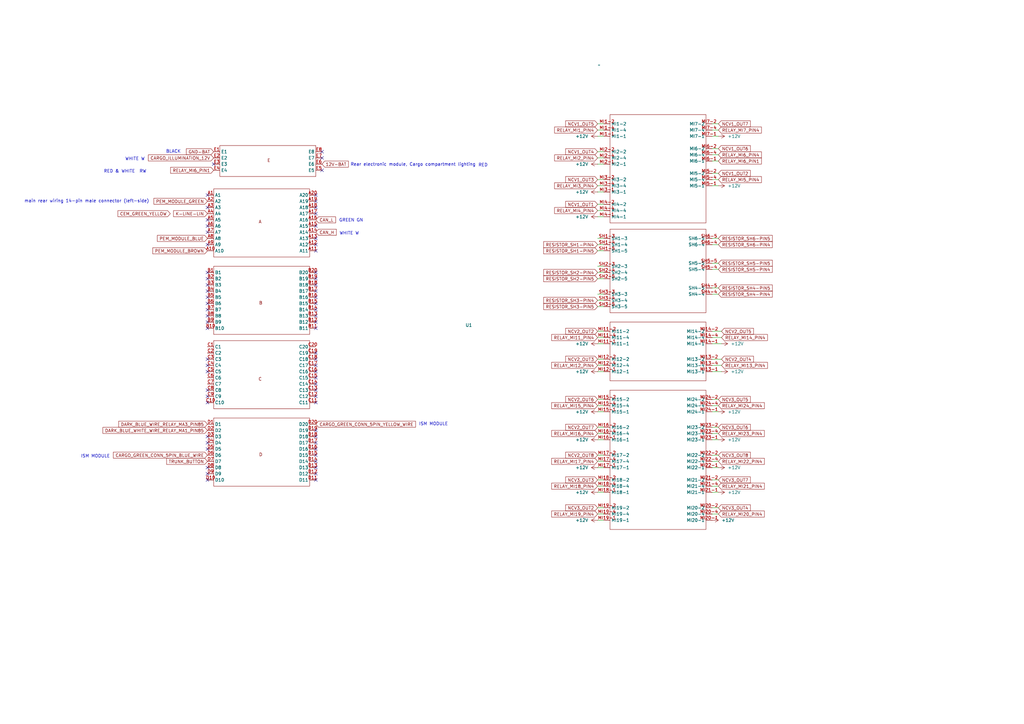
<source format=kicad_sch>
(kicad_sch
	(version 20240819)
	(generator "eeschema")
	(generator_version "8.99")
	(uuid "1fa40895-497f-4983-9c7c-2936c17e41dd")
	(paper "A3")
	(lib_symbols
		(symbol "AeonLabs_Automotive:Volvo_P2_CEM_&_REM_PCB_layout"
			(exclude_from_sim no)
			(in_bom yes)
			(on_board yes)
			(property "Reference" "U"
				(at -29.21 -48.26 0)
				(effects
					(font
						(size 1.27 1.27)
					)
				)
			)
			(property "Value" ""
				(at -29.21 -48.26 0)
				(effects
					(font
						(size 1.27 1.27)
					)
				)
			)
			(property "Footprint" "AeonLabs_Automotive:Volvo P2 -04 CEM & REM PCB layout"
				(at -29.21 -48.26 0)
				(effects
					(font
						(size 1.27 1.27)
					)
					(hide yes)
				)
			)
			(property "Datasheet" ""
				(at -29.21 -48.26 0)
				(effects
					(font
						(size 1.27 1.27)
					)
					(hide yes)
				)
			)
			(property "Description" ""
				(at -29.21 -48.26 0)
				(effects
					(font
						(size 1.27 1.27)
					)
					(hide yes)
				)
			)
			(symbol "Volvo_P2_CEM_&_REM_PCB_layout_0_1"
				(rectangle
					(start -105.41 54.61)
					(end -66.04 26.67)
					(stroke
						(width 0)
						(type default)
					)
					(fill
						(type none)
					)
				)
				(rectangle
					(start -105.41 22.86)
					(end -66.04 -5.08)
					(stroke
						(width 0)
						(type default)
					)
					(fill
						(type none)
					)
				)
				(rectangle
					(start -105.41 -7.62)
					(end -66.04 -35.56)
					(stroke
						(width 0)
						(type default)
					)
					(fill
						(type none)
					)
				)
				(rectangle
					(start -105.41 -39.37)
					(end -66.04 -67.31)
					(stroke
						(width 0)
						(type default)
					)
					(fill
						(type none)
					)
				)
				(rectangle
					(start -102.87 72.39)
					(end -63.5 59.69)
					(stroke
						(width 0)
						(type default)
					)
					(fill
						(type none)
					)
				)
				(rectangle
					(start 57.15 85.09)
					(end 96.52 40.64)
					(stroke
						(width 0)
						(type default)
					)
					(fill
						(type none)
					)
				)
				(rectangle
					(start 57.15 38.1)
					(end 96.52 3.81)
					(stroke
						(width 0)
						(type default)
					)
					(fill
						(type none)
					)
				)
				(rectangle
					(start 57.15 0)
					(end 96.52 -24.13)
					(stroke
						(width 0)
						(type default)
					)
					(fill
						(type none)
					)
				)
				(rectangle
					(start 57.15 -27.94)
					(end 96.52 -85.09)
					(stroke
						(width 0)
						(type default)
					)
					(fill
						(type none)
					)
				)
			)
			(symbol "Volvo_P2_CEM_&_REM_PCB_layout_1_1"
				(text "A"
					(at -86.36 41.148 0)
					(effects
						(font
							(size 1.27 1.27)
						)
					)
				)
				(text "C"
					(at -86.36 -23.368 0)
					(effects
						(font
							(size 1.27 1.27)
						)
					)
				)
				(text "B"
					(at -86.106 7.874 0)
					(effects
						(font
							(size 1.27 1.27)
						)
					)
				)
				(text "D"
					(at -86.106 -54.356 0)
					(effects
						(font
							(size 1.27 1.27)
						)
					)
				)
				(text "E"
					(at -82.804 66.294 0)
					(effects
						(font
							(size 1.27 1.27)
						)
					)
				)
				(pin input line
					(at -107.95 52.07 0)
					(length 2.54)
					(name "A1"
						(effects
							(font
								(size 1.27 1.27)
							)
						)
					)
					(number "A1"
						(effects
							(font
								(size 1.27 1.27)
							)
						)
					)
				)
				(pin input line
					(at -107.95 49.53 0)
					(length 2.54)
					(name "A2"
						(effects
							(font
								(size 1.27 1.27)
							)
						)
					)
					(number "A2"
						(effects
							(font
								(size 1.27 1.27)
							)
						)
					)
				)
				(pin input line
					(at -107.95 46.99 0)
					(length 2.54)
					(name "A3"
						(effects
							(font
								(size 1.27 1.27)
							)
						)
					)
					(number "A3"
						(effects
							(font
								(size 1.27 1.27)
							)
						)
					)
				)
				(pin input line
					(at -107.95 44.45 0)
					(length 2.54)
					(name "A4"
						(effects
							(font
								(size 1.27 1.27)
							)
						)
					)
					(number "A4"
						(effects
							(font
								(size 1.27 1.27)
							)
						)
					)
				)
				(pin input line
					(at -107.95 41.91 0)
					(length 2.54)
					(name "A5"
						(effects
							(font
								(size 1.27 1.27)
							)
						)
					)
					(number "A5"
						(effects
							(font
								(size 1.27 1.27)
							)
						)
					)
				)
				(pin input line
					(at -107.95 39.37 0)
					(length 2.54)
					(name "A6"
						(effects
							(font
								(size 1.27 1.27)
							)
						)
					)
					(number "A6"
						(effects
							(font
								(size 1.27 1.27)
							)
						)
					)
				)
				(pin input line
					(at -107.95 36.83 0)
					(length 2.54)
					(name "A7"
						(effects
							(font
								(size 1.27 1.27)
							)
						)
					)
					(number "A7"
						(effects
							(font
								(size 1.27 1.27)
							)
						)
					)
				)
				(pin input line
					(at -107.95 34.29 0)
					(length 2.54)
					(name "A8"
						(effects
							(font
								(size 1.27 1.27)
							)
						)
					)
					(number "A8"
						(effects
							(font
								(size 1.27 1.27)
							)
						)
					)
				)
				(pin input line
					(at -107.95 31.75 0)
					(length 2.54)
					(name "A9"
						(effects
							(font
								(size 1.27 1.27)
							)
						)
					)
					(number "A9"
						(effects
							(font
								(size 1.27 1.27)
							)
						)
					)
				)
				(pin input line
					(at -107.95 29.21 0)
					(length 2.54)
					(name "A10"
						(effects
							(font
								(size 1.27 1.27)
							)
						)
					)
					(number "A10"
						(effects
							(font
								(size 1.27 1.27)
							)
						)
					)
				)
				(pin input line
					(at -107.95 20.32 0)
					(length 2.54)
					(name "B1"
						(effects
							(font
								(size 1.27 1.27)
							)
						)
					)
					(number "B1"
						(effects
							(font
								(size 1.27 1.27)
							)
						)
					)
				)
				(pin input line
					(at -107.95 17.78 0)
					(length 2.54)
					(name "B2"
						(effects
							(font
								(size 1.27 1.27)
							)
						)
					)
					(number "B2"
						(effects
							(font
								(size 1.27 1.27)
							)
						)
					)
				)
				(pin input line
					(at -107.95 15.24 0)
					(length 2.54)
					(name "B3"
						(effects
							(font
								(size 1.27 1.27)
							)
						)
					)
					(number "B3"
						(effects
							(font
								(size 1.27 1.27)
							)
						)
					)
				)
				(pin input line
					(at -107.95 12.7 0)
					(length 2.54)
					(name "B4"
						(effects
							(font
								(size 1.27 1.27)
							)
						)
					)
					(number "B4"
						(effects
							(font
								(size 1.27 1.27)
							)
						)
					)
				)
				(pin input line
					(at -107.95 10.16 0)
					(length 2.54)
					(name "B5"
						(effects
							(font
								(size 1.27 1.27)
							)
						)
					)
					(number "B5"
						(effects
							(font
								(size 1.27 1.27)
							)
						)
					)
				)
				(pin input line
					(at -107.95 7.62 0)
					(length 2.54)
					(name "B6"
						(effects
							(font
								(size 1.27 1.27)
							)
						)
					)
					(number "B6"
						(effects
							(font
								(size 1.27 1.27)
							)
						)
					)
				)
				(pin input line
					(at -107.95 5.08 0)
					(length 2.54)
					(name "B7"
						(effects
							(font
								(size 1.27 1.27)
							)
						)
					)
					(number "B7"
						(effects
							(font
								(size 1.27 1.27)
							)
						)
					)
				)
				(pin input line
					(at -107.95 2.54 0)
					(length 2.54)
					(name "B8"
						(effects
							(font
								(size 1.27 1.27)
							)
						)
					)
					(number "B8"
						(effects
							(font
								(size 1.27 1.27)
							)
						)
					)
				)
				(pin input line
					(at -107.95 0 0)
					(length 2.54)
					(name "B9"
						(effects
							(font
								(size 1.27 1.27)
							)
						)
					)
					(number "B9"
						(effects
							(font
								(size 1.27 1.27)
							)
						)
					)
				)
				(pin input line
					(at -107.95 -2.54 0)
					(length 2.54)
					(name "B10"
						(effects
							(font
								(size 1.27 1.27)
							)
						)
					)
					(number "B10"
						(effects
							(font
								(size 1.27 1.27)
							)
						)
					)
				)
				(pin input line
					(at -107.95 -10.16 0)
					(length 2.54)
					(name "C1"
						(effects
							(font
								(size 1.27 1.27)
							)
						)
					)
					(number "C1"
						(effects
							(font
								(size 1.27 1.27)
							)
						)
					)
				)
				(pin input line
					(at -107.95 -12.7 0)
					(length 2.54)
					(name "C2"
						(effects
							(font
								(size 1.27 1.27)
							)
						)
					)
					(number "C2"
						(effects
							(font
								(size 1.27 1.27)
							)
						)
					)
				)
				(pin input line
					(at -107.95 -15.24 0)
					(length 2.54)
					(name "C3"
						(effects
							(font
								(size 1.27 1.27)
							)
						)
					)
					(number "C3"
						(effects
							(font
								(size 1.27 1.27)
							)
						)
					)
				)
				(pin input line
					(at -107.95 -17.78 0)
					(length 2.54)
					(name "C4"
						(effects
							(font
								(size 1.27 1.27)
							)
						)
					)
					(number "C4"
						(effects
							(font
								(size 1.27 1.27)
							)
						)
					)
				)
				(pin input line
					(at -107.95 -20.32 0)
					(length 2.54)
					(name "C5"
						(effects
							(font
								(size 1.27 1.27)
							)
						)
					)
					(number "C5"
						(effects
							(font
								(size 1.27 1.27)
							)
						)
					)
				)
				(pin input line
					(at -107.95 -22.86 0)
					(length 2.54)
					(name "C6"
						(effects
							(font
								(size 1.27 1.27)
							)
						)
					)
					(number "C6"
						(effects
							(font
								(size 1.27 1.27)
							)
						)
					)
				)
				(pin input line
					(at -107.95 -25.4 0)
					(length 2.54)
					(name "C7"
						(effects
							(font
								(size 1.27 1.27)
							)
						)
					)
					(number "C7"
						(effects
							(font
								(size 1.27 1.27)
							)
						)
					)
				)
				(pin input line
					(at -107.95 -27.94 0)
					(length 2.54)
					(name "C8"
						(effects
							(font
								(size 1.27 1.27)
							)
						)
					)
					(number "C8"
						(effects
							(font
								(size 1.27 1.27)
							)
						)
					)
				)
				(pin input line
					(at -107.95 -30.48 0)
					(length 2.54)
					(name "C9"
						(effects
							(font
								(size 1.27 1.27)
							)
						)
					)
					(number "C9"
						(effects
							(font
								(size 1.27 1.27)
							)
						)
					)
				)
				(pin input line
					(at -107.95 -33.02 0)
					(length 2.54)
					(name "C10"
						(effects
							(font
								(size 1.27 1.27)
							)
						)
					)
					(number "C10"
						(effects
							(font
								(size 1.27 1.27)
							)
						)
					)
				)
				(pin input line
					(at -107.95 -41.91 0)
					(length 2.54)
					(name "D1"
						(effects
							(font
								(size 1.27 1.27)
							)
						)
					)
					(number "D1"
						(effects
							(font
								(size 1.27 1.27)
							)
						)
					)
				)
				(pin input line
					(at -107.95 -44.45 0)
					(length 2.54)
					(name "D2"
						(effects
							(font
								(size 1.27 1.27)
							)
						)
					)
					(number "D2"
						(effects
							(font
								(size 1.27 1.27)
							)
						)
					)
				)
				(pin input line
					(at -107.95 -46.99 0)
					(length 2.54)
					(name "D3"
						(effects
							(font
								(size 1.27 1.27)
							)
						)
					)
					(number "D3"
						(effects
							(font
								(size 1.27 1.27)
							)
						)
					)
				)
				(pin input line
					(at -107.95 -49.53 0)
					(length 2.54)
					(name "D4"
						(effects
							(font
								(size 1.27 1.27)
							)
						)
					)
					(number "D4"
						(effects
							(font
								(size 1.27 1.27)
							)
						)
					)
				)
				(pin input line
					(at -107.95 -52.07 0)
					(length 2.54)
					(name "D5"
						(effects
							(font
								(size 1.27 1.27)
							)
						)
					)
					(number "D5"
						(effects
							(font
								(size 1.27 1.27)
							)
						)
					)
				)
				(pin input line
					(at -107.95 -54.61 0)
					(length 2.54)
					(name "D6"
						(effects
							(font
								(size 1.27 1.27)
							)
						)
					)
					(number "D6"
						(effects
							(font
								(size 1.27 1.27)
							)
						)
					)
				)
				(pin input line
					(at -107.95 -57.15 0)
					(length 2.54)
					(name "D7"
						(effects
							(font
								(size 1.27 1.27)
							)
						)
					)
					(number "D7"
						(effects
							(font
								(size 1.27 1.27)
							)
						)
					)
				)
				(pin input line
					(at -107.95 -59.69 0)
					(length 2.54)
					(name "D8"
						(effects
							(font
								(size 1.27 1.27)
							)
						)
					)
					(number "D8"
						(effects
							(font
								(size 1.27 1.27)
							)
						)
					)
				)
				(pin input line
					(at -107.95 -62.23 0)
					(length 2.54)
					(name "D9"
						(effects
							(font
								(size 1.27 1.27)
							)
						)
					)
					(number "D9"
						(effects
							(font
								(size 1.27 1.27)
							)
						)
					)
				)
				(pin input line
					(at -107.95 -64.77 0)
					(length 2.54)
					(name "D10"
						(effects
							(font
								(size 1.27 1.27)
							)
						)
					)
					(number "D10"
						(effects
							(font
								(size 1.27 1.27)
							)
						)
					)
				)
				(pin input line
					(at -105.41 69.85 0)
					(length 2.54)
					(name "E1"
						(effects
							(font
								(size 1.27 1.27)
							)
						)
					)
					(number "E1"
						(effects
							(font
								(size 1.27 1.27)
							)
						)
					)
				)
				(pin input line
					(at -105.41 67.31 0)
					(length 2.54)
					(name "E2"
						(effects
							(font
								(size 1.27 1.27)
							)
						)
					)
					(number "E2"
						(effects
							(font
								(size 1.27 1.27)
							)
						)
					)
				)
				(pin input line
					(at -105.41 64.77 0)
					(length 2.54)
					(name "E3"
						(effects
							(font
								(size 1.27 1.27)
							)
						)
					)
					(number "E3"
						(effects
							(font
								(size 1.27 1.27)
							)
						)
					)
				)
				(pin input line
					(at -105.41 62.23 0)
					(length 2.54)
					(name "E4"
						(effects
							(font
								(size 1.27 1.27)
							)
						)
					)
					(number "E4"
						(effects
							(font
								(size 1.27 1.27)
							)
						)
					)
				)
				(pin input line
					(at -63.5 52.07 180)
					(length 2.54)
					(name "A20"
						(effects
							(font
								(size 1.27 1.27)
							)
						)
					)
					(number "A20"
						(effects
							(font
								(size 1.27 1.27)
							)
						)
					)
				)
				(pin input line
					(at -63.5 49.53 180)
					(length 2.54)
					(name "A19"
						(effects
							(font
								(size 1.27 1.27)
							)
						)
					)
					(number "A19"
						(effects
							(font
								(size 1.27 1.27)
							)
						)
					)
				)
				(pin input line
					(at -63.5 46.99 180)
					(length 2.54)
					(name "A18"
						(effects
							(font
								(size 1.27 1.27)
							)
						)
					)
					(number "A18"
						(effects
							(font
								(size 1.27 1.27)
							)
						)
					)
				)
				(pin input line
					(at -63.5 44.45 180)
					(length 2.54)
					(name "A17"
						(effects
							(font
								(size 1.27 1.27)
							)
						)
					)
					(number "A17"
						(effects
							(font
								(size 1.27 1.27)
							)
						)
					)
				)
				(pin input line
					(at -63.5 41.91 180)
					(length 2.54)
					(name "A16"
						(effects
							(font
								(size 1.27 1.27)
							)
						)
					)
					(number "A16"
						(effects
							(font
								(size 1.27 1.27)
							)
						)
					)
				)
				(pin input line
					(at -63.5 39.37 180)
					(length 2.54)
					(name "A15"
						(effects
							(font
								(size 1.27 1.27)
							)
						)
					)
					(number "A15"
						(effects
							(font
								(size 1.27 1.27)
							)
						)
					)
				)
				(pin input line
					(at -63.5 36.83 180)
					(length 2.54)
					(name "A14"
						(effects
							(font
								(size 1.27 1.27)
							)
						)
					)
					(number "A14"
						(effects
							(font
								(size 1.27 1.27)
							)
						)
					)
				)
				(pin input line
					(at -63.5 34.29 180)
					(length 2.54)
					(name "A13"
						(effects
							(font
								(size 1.27 1.27)
							)
						)
					)
					(number "A13"
						(effects
							(font
								(size 1.27 1.27)
							)
						)
					)
				)
				(pin input line
					(at -63.5 31.75 180)
					(length 2.54)
					(name "A12"
						(effects
							(font
								(size 1.27 1.27)
							)
						)
					)
					(number "A12"
						(effects
							(font
								(size 1.27 1.27)
							)
						)
					)
				)
				(pin input line
					(at -63.5 29.21 180)
					(length 2.54)
					(name "A11"
						(effects
							(font
								(size 1.27 1.27)
							)
						)
					)
					(number "A11"
						(effects
							(font
								(size 1.27 1.27)
							)
						)
					)
				)
				(pin input line
					(at -63.5 20.32 180)
					(length 2.54)
					(name "B20"
						(effects
							(font
								(size 1.27 1.27)
							)
						)
					)
					(number "B20"
						(effects
							(font
								(size 1.27 1.27)
							)
						)
					)
				)
				(pin input line
					(at -63.5 17.78 180)
					(length 2.54)
					(name "B19"
						(effects
							(font
								(size 1.27 1.27)
							)
						)
					)
					(number "B19"
						(effects
							(font
								(size 1.27 1.27)
							)
						)
					)
				)
				(pin input line
					(at -63.5 15.24 180)
					(length 2.54)
					(name "B18"
						(effects
							(font
								(size 1.27 1.27)
							)
						)
					)
					(number "B18"
						(effects
							(font
								(size 1.27 1.27)
							)
						)
					)
				)
				(pin input line
					(at -63.5 12.7 180)
					(length 2.54)
					(name "B17"
						(effects
							(font
								(size 1.27 1.27)
							)
						)
					)
					(number "B17"
						(effects
							(font
								(size 1.27 1.27)
							)
						)
					)
				)
				(pin input line
					(at -63.5 10.16 180)
					(length 2.54)
					(name "B16"
						(effects
							(font
								(size 1.27 1.27)
							)
						)
					)
					(number "B16"
						(effects
							(font
								(size 1.27 1.27)
							)
						)
					)
				)
				(pin input line
					(at -63.5 7.62 180)
					(length 2.54)
					(name "B15"
						(effects
							(font
								(size 1.27 1.27)
							)
						)
					)
					(number "B15"
						(effects
							(font
								(size 1.27 1.27)
							)
						)
					)
				)
				(pin input line
					(at -63.5 5.08 180)
					(length 2.54)
					(name "B14"
						(effects
							(font
								(size 1.27 1.27)
							)
						)
					)
					(number "B14"
						(effects
							(font
								(size 1.27 1.27)
							)
						)
					)
				)
				(pin input line
					(at -63.5 2.54 180)
					(length 2.54)
					(name "B13"
						(effects
							(font
								(size 1.27 1.27)
							)
						)
					)
					(number "B13"
						(effects
							(font
								(size 1.27 1.27)
							)
						)
					)
				)
				(pin input line
					(at -63.5 0 180)
					(length 2.54)
					(name "B12"
						(effects
							(font
								(size 1.27 1.27)
							)
						)
					)
					(number "B12"
						(effects
							(font
								(size 1.27 1.27)
							)
						)
					)
				)
				(pin input line
					(at -63.5 -2.54 180)
					(length 2.54)
					(name "B11"
						(effects
							(font
								(size 1.27 1.27)
							)
						)
					)
					(number "B11"
						(effects
							(font
								(size 1.27 1.27)
							)
						)
					)
				)
				(pin input line
					(at -63.5 -10.16 180)
					(length 2.54)
					(name "C20"
						(effects
							(font
								(size 1.27 1.27)
							)
						)
					)
					(number "C20"
						(effects
							(font
								(size 1.27 1.27)
							)
						)
					)
				)
				(pin input line
					(at -63.5 -12.7 180)
					(length 2.54)
					(name "C19"
						(effects
							(font
								(size 1.27 1.27)
							)
						)
					)
					(number "C19"
						(effects
							(font
								(size 1.27 1.27)
							)
						)
					)
				)
				(pin input line
					(at -63.5 -15.24 180)
					(length 2.54)
					(name "C18"
						(effects
							(font
								(size 1.27 1.27)
							)
						)
					)
					(number "C18"
						(effects
							(font
								(size 1.27 1.27)
							)
						)
					)
				)
				(pin input line
					(at -63.5 -17.78 180)
					(length 2.54)
					(name "C17"
						(effects
							(font
								(size 1.27 1.27)
							)
						)
					)
					(number "C17"
						(effects
							(font
								(size 1.27 1.27)
							)
						)
					)
				)
				(pin input line
					(at -63.5 -20.32 180)
					(length 2.54)
					(name "C16"
						(effects
							(font
								(size 1.27 1.27)
							)
						)
					)
					(number "C16"
						(effects
							(font
								(size 1.27 1.27)
							)
						)
					)
				)
				(pin input line
					(at -63.5 -22.86 180)
					(length 2.54)
					(name "C15"
						(effects
							(font
								(size 1.27 1.27)
							)
						)
					)
					(number "C15"
						(effects
							(font
								(size 1.27 1.27)
							)
						)
					)
				)
				(pin input line
					(at -63.5 -25.4 180)
					(length 2.54)
					(name "C14"
						(effects
							(font
								(size 1.27 1.27)
							)
						)
					)
					(number "C14"
						(effects
							(font
								(size 1.27 1.27)
							)
						)
					)
				)
				(pin input line
					(at -63.5 -27.94 180)
					(length 2.54)
					(name "C13"
						(effects
							(font
								(size 1.27 1.27)
							)
						)
					)
					(number "C13"
						(effects
							(font
								(size 1.27 1.27)
							)
						)
					)
				)
				(pin input line
					(at -63.5 -30.48 180)
					(length 2.54)
					(name "C12"
						(effects
							(font
								(size 1.27 1.27)
							)
						)
					)
					(number "C12"
						(effects
							(font
								(size 1.27 1.27)
							)
						)
					)
				)
				(pin input line
					(at -63.5 -33.02 180)
					(length 2.54)
					(name "C11"
						(effects
							(font
								(size 1.27 1.27)
							)
						)
					)
					(number "C11"
						(effects
							(font
								(size 1.27 1.27)
							)
						)
					)
				)
				(pin input line
					(at -63.5 -41.91 180)
					(length 2.54)
					(name "D20"
						(effects
							(font
								(size 1.27 1.27)
							)
						)
					)
					(number "D20"
						(effects
							(font
								(size 1.27 1.27)
							)
						)
					)
				)
				(pin input line
					(at -63.5 -44.45 180)
					(length 2.54)
					(name "D19"
						(effects
							(font
								(size 1.27 1.27)
							)
						)
					)
					(number "D19"
						(effects
							(font
								(size 1.27 1.27)
							)
						)
					)
				)
				(pin input line
					(at -63.5 -46.99 180)
					(length 2.54)
					(name "D18"
						(effects
							(font
								(size 1.27 1.27)
							)
						)
					)
					(number "D18"
						(effects
							(font
								(size 1.27 1.27)
							)
						)
					)
				)
				(pin input line
					(at -63.5 -49.53 180)
					(length 2.54)
					(name "D17"
						(effects
							(font
								(size 1.27 1.27)
							)
						)
					)
					(number "D17"
						(effects
							(font
								(size 1.27 1.27)
							)
						)
					)
				)
				(pin input line
					(at -63.5 -52.07 180)
					(length 2.54)
					(name "D16"
						(effects
							(font
								(size 1.27 1.27)
							)
						)
					)
					(number "D16"
						(effects
							(font
								(size 1.27 1.27)
							)
						)
					)
				)
				(pin input line
					(at -63.5 -54.61 180)
					(length 2.54)
					(name "D15"
						(effects
							(font
								(size 1.27 1.27)
							)
						)
					)
					(number "D15"
						(effects
							(font
								(size 1.27 1.27)
							)
						)
					)
				)
				(pin input line
					(at -63.5 -57.15 180)
					(length 2.54)
					(name "D14"
						(effects
							(font
								(size 1.27 1.27)
							)
						)
					)
					(number "D14"
						(effects
							(font
								(size 1.27 1.27)
							)
						)
					)
				)
				(pin input line
					(at -63.5 -59.69 180)
					(length 2.54)
					(name "D13"
						(effects
							(font
								(size 1.27 1.27)
							)
						)
					)
					(number "D13"
						(effects
							(font
								(size 1.27 1.27)
							)
						)
					)
				)
				(pin input line
					(at -63.5 -62.23 180)
					(length 2.54)
					(name "D12"
						(effects
							(font
								(size 1.27 1.27)
							)
						)
					)
					(number "D12"
						(effects
							(font
								(size 1.27 1.27)
							)
						)
					)
				)
				(pin input line
					(at -63.5 -64.77 180)
					(length 2.54)
					(name "D11"
						(effects
							(font
								(size 1.27 1.27)
							)
						)
					)
					(number "D11"
						(effects
							(font
								(size 1.27 1.27)
							)
						)
					)
				)
				(pin input line
					(at -60.96 69.85 180)
					(length 2.54)
					(name "E8"
						(effects
							(font
								(size 1.27 1.27)
							)
						)
					)
					(number "E8"
						(effects
							(font
								(size 1.27 1.27)
							)
						)
					)
				)
				(pin input line
					(at -60.96 67.31 180)
					(length 2.54)
					(name "E7"
						(effects
							(font
								(size 1.27 1.27)
							)
						)
					)
					(number "E7"
						(effects
							(font
								(size 1.27 1.27)
							)
						)
					)
				)
				(pin input line
					(at -60.96 64.77 180)
					(length 2.54)
					(name "E6"
						(effects
							(font
								(size 1.27 1.27)
							)
						)
					)
					(number "E6"
						(effects
							(font
								(size 1.27 1.27)
							)
						)
					)
				)
				(pin input line
					(at -60.96 62.23 180)
					(length 2.54)
					(name "E5"
						(effects
							(font
								(size 1.27 1.27)
							)
						)
					)
					(number "E5"
						(effects
							(font
								(size 1.27 1.27)
							)
						)
					)
				)
				(pin input line
					(at 54.61 81.28 0)
					(length 2.54)
					(name "MI1-2"
						(effects
							(font
								(size 1.27 1.27)
							)
						)
					)
					(number "MI1-2"
						(effects
							(font
								(size 1.27 1.27)
							)
						)
					)
				)
				(pin input line
					(at 54.61 78.74 0)
					(length 2.54)
					(name "MI1-4"
						(effects
							(font
								(size 1.27 1.27)
							)
						)
					)
					(number "MI1-4"
						(effects
							(font
								(size 1.27 1.27)
							)
						)
					)
				)
				(pin input line
					(at 54.61 76.2 0)
					(length 2.54)
					(name "MI1-1"
						(effects
							(font
								(size 1.27 1.27)
							)
						)
					)
					(number "MI1-1"
						(effects
							(font
								(size 1.27 1.27)
							)
						)
					)
				)
				(pin input line
					(at 54.61 69.85 0)
					(length 2.54)
					(name "MI2-2"
						(effects
							(font
								(size 1.27 1.27)
							)
						)
					)
					(number "MI2-2"
						(effects
							(font
								(size 1.27 1.27)
							)
						)
					)
				)
				(pin input line
					(at 54.61 67.31 0)
					(length 2.54)
					(name "MI2-4"
						(effects
							(font
								(size 1.27 1.27)
							)
						)
					)
					(number "MI2-4"
						(effects
							(font
								(size 1.27 1.27)
							)
						)
					)
				)
				(pin input line
					(at 54.61 64.77 0)
					(length 2.54)
					(name "MI2-1"
						(effects
							(font
								(size 1.27 1.27)
							)
						)
					)
					(number "MI2-1"
						(effects
							(font
								(size 1.27 1.27)
							)
						)
					)
				)
				(pin input line
					(at 54.61 58.42 0)
					(length 2.54)
					(name "MI3-2"
						(effects
							(font
								(size 1.27 1.27)
							)
						)
					)
					(number "MI3-2"
						(effects
							(font
								(size 1.27 1.27)
							)
						)
					)
				)
				(pin input line
					(at 54.61 55.88 0)
					(length 2.54)
					(name "MI3-4"
						(effects
							(font
								(size 1.27 1.27)
							)
						)
					)
					(number "MI3-4"
						(effects
							(font
								(size 1.27 1.27)
							)
						)
					)
				)
				(pin input line
					(at 54.61 53.34 0)
					(length 2.54)
					(name "MI3-1"
						(effects
							(font
								(size 1.27 1.27)
							)
						)
					)
					(number "MI3-1"
						(effects
							(font
								(size 1.27 1.27)
							)
						)
					)
				)
				(pin input line
					(at 54.61 48.26 0)
					(length 2.54)
					(name "MI4-2"
						(effects
							(font
								(size 1.27 1.27)
							)
						)
					)
					(number "MI4-2"
						(effects
							(font
								(size 1.27 1.27)
							)
						)
					)
				)
				(pin input line
					(at 54.61 45.72 0)
					(length 2.54)
					(name "MI4-4"
						(effects
							(font
								(size 1.27 1.27)
							)
						)
					)
					(number "MI4-4"
						(effects
							(font
								(size 1.27 1.27)
							)
						)
					)
				)
				(pin input line
					(at 54.61 43.18 0)
					(length 2.54)
					(name "MI4-1"
						(effects
							(font
								(size 1.27 1.27)
							)
						)
					)
					(number "MI4-1"
						(effects
							(font
								(size 1.27 1.27)
							)
						)
					)
				)
				(pin input line
					(at 54.61 34.29 0)
					(length 2.54)
					(name "SH1-3"
						(effects
							(font
								(size 1.27 1.27)
							)
						)
					)
					(number "SH1-3"
						(effects
							(font
								(size 1.27 1.27)
							)
						)
					)
				)
				(pin input line
					(at 54.61 31.75 0)
					(length 2.54)
					(name "SH1-4"
						(effects
							(font
								(size 1.27 1.27)
							)
						)
					)
					(number "SH1-4"
						(effects
							(font
								(size 1.27 1.27)
							)
						)
					)
				)
				(pin input line
					(at 54.61 29.21 0)
					(length 2.54)
					(name "SH1-5"
						(effects
							(font
								(size 1.27 1.27)
							)
						)
					)
					(number "SH1-5"
						(effects
							(font
								(size 1.27 1.27)
							)
						)
					)
				)
				(pin input line
					(at 54.61 22.86 0)
					(length 2.54)
					(name "SH2-3"
						(effects
							(font
								(size 1.27 1.27)
							)
						)
					)
					(number "SH2-3"
						(effects
							(font
								(size 1.27 1.27)
							)
						)
					)
				)
				(pin input line
					(at 54.61 20.32 0)
					(length 2.54)
					(name "SH2-4"
						(effects
							(font
								(size 1.27 1.27)
							)
						)
					)
					(number "SH2-4"
						(effects
							(font
								(size 1.27 1.27)
							)
						)
					)
				)
				(pin input line
					(at 54.61 17.78 0)
					(length 2.54)
					(name "SH2-5"
						(effects
							(font
								(size 1.27 1.27)
							)
						)
					)
					(number "SH2-5"
						(effects
							(font
								(size 1.27 1.27)
							)
						)
					)
				)
				(pin input line
					(at 54.61 11.43 0)
					(length 2.54)
					(name "SH3-3"
						(effects
							(font
								(size 1.27 1.27)
							)
						)
					)
					(number "SH3-3"
						(effects
							(font
								(size 1.27 1.27)
							)
						)
					)
				)
				(pin input line
					(at 54.61 8.89 0)
					(length 2.54)
					(name "SH3-4"
						(effects
							(font
								(size 1.27 1.27)
							)
						)
					)
					(number "SH3-4"
						(effects
							(font
								(size 1.27 1.27)
							)
						)
					)
				)
				(pin input line
					(at 54.61 6.35 0)
					(length 2.54)
					(name "SH3-5"
						(effects
							(font
								(size 1.27 1.27)
							)
						)
					)
					(number "SH3-5"
						(effects
							(font
								(size 1.27 1.27)
							)
						)
					)
				)
				(pin input line
					(at 54.61 -3.81 0)
					(length 2.54)
					(name "MI11-2"
						(effects
							(font
								(size 1.27 1.27)
							)
						)
					)
					(number "MI11-2"
						(effects
							(font
								(size 1.27 1.27)
							)
						)
					)
				)
				(pin input line
					(at 54.61 -6.35 0)
					(length 2.54)
					(name "MI11-4"
						(effects
							(font
								(size 1.27 1.27)
							)
						)
					)
					(number "MI11-4"
						(effects
							(font
								(size 1.27 1.27)
							)
						)
					)
				)
				(pin input line
					(at 54.61 -8.89 0)
					(length 2.54)
					(name "MI11-1"
						(effects
							(font
								(size 1.27 1.27)
							)
						)
					)
					(number "MI11-1"
						(effects
							(font
								(size 1.27 1.27)
							)
						)
					)
				)
				(pin input line
					(at 54.61 -15.24 0)
					(length 2.54)
					(name "MI12-2"
						(effects
							(font
								(size 1.27 1.27)
							)
						)
					)
					(number "MI12-2"
						(effects
							(font
								(size 1.27 1.27)
							)
						)
					)
				)
				(pin input line
					(at 54.61 -17.78 0)
					(length 2.54)
					(name "MI12-4"
						(effects
							(font
								(size 1.27 1.27)
							)
						)
					)
					(number "MI12-4"
						(effects
							(font
								(size 1.27 1.27)
							)
						)
					)
				)
				(pin input line
					(at 54.61 -20.32 0)
					(length 2.54)
					(name "MI12-1"
						(effects
							(font
								(size 1.27 1.27)
							)
						)
					)
					(number "MI12-1"
						(effects
							(font
								(size 1.27 1.27)
							)
						)
					)
				)
				(pin input line
					(at 54.61 -31.75 0)
					(length 2.54)
					(name "MI15-2"
						(effects
							(font
								(size 1.27 1.27)
							)
						)
					)
					(number "MI15-2"
						(effects
							(font
								(size 1.27 1.27)
							)
						)
					)
				)
				(pin input line
					(at 54.61 -34.29 0)
					(length 2.54)
					(name "MI15-4"
						(effects
							(font
								(size 1.27 1.27)
							)
						)
					)
					(number "MI15-4"
						(effects
							(font
								(size 1.27 1.27)
							)
						)
					)
				)
				(pin input line
					(at 54.61 -36.83 0)
					(length 2.54)
					(name "MI15-1"
						(effects
							(font
								(size 1.27 1.27)
							)
						)
					)
					(number "MI15-1"
						(effects
							(font
								(size 1.27 1.27)
							)
						)
					)
				)
				(pin input line
					(at 54.61 -43.18 0)
					(length 2.54)
					(name "MI16-2"
						(effects
							(font
								(size 1.27 1.27)
							)
						)
					)
					(number "MI16-2"
						(effects
							(font
								(size 1.27 1.27)
							)
						)
					)
				)
				(pin input line
					(at 54.61 -45.72 0)
					(length 2.54)
					(name "MI16-4"
						(effects
							(font
								(size 1.27 1.27)
							)
						)
					)
					(number "MI16-4"
						(effects
							(font
								(size 1.27 1.27)
							)
						)
					)
				)
				(pin input line
					(at 54.61 -48.26 0)
					(length 2.54)
					(name "MI16-1"
						(effects
							(font
								(size 1.27 1.27)
							)
						)
					)
					(number "MI16-1"
						(effects
							(font
								(size 1.27 1.27)
							)
						)
					)
				)
				(pin input line
					(at 54.61 -54.61 0)
					(length 2.54)
					(name "MI17-2"
						(effects
							(font
								(size 1.27 1.27)
							)
						)
					)
					(number "MI17-2"
						(effects
							(font
								(size 1.27 1.27)
							)
						)
					)
				)
				(pin input line
					(at 54.61 -57.15 0)
					(length 2.54)
					(name "MI17-4"
						(effects
							(font
								(size 1.27 1.27)
							)
						)
					)
					(number "MI17-4"
						(effects
							(font
								(size 1.27 1.27)
							)
						)
					)
				)
				(pin input line
					(at 54.61 -59.69 0)
					(length 2.54)
					(name "MI17-1"
						(effects
							(font
								(size 1.27 1.27)
							)
						)
					)
					(number "MI17-1"
						(effects
							(font
								(size 1.27 1.27)
							)
						)
					)
				)
				(pin input line
					(at 54.61 -64.77 0)
					(length 2.54)
					(name "MI18-2"
						(effects
							(font
								(size 1.27 1.27)
							)
						)
					)
					(number "MI18-2"
						(effects
							(font
								(size 1.27 1.27)
							)
						)
					)
				)
				(pin input line
					(at 54.61 -67.31 0)
					(length 2.54)
					(name "MI18-4"
						(effects
							(font
								(size 1.27 1.27)
							)
						)
					)
					(number "MI18-4"
						(effects
							(font
								(size 1.27 1.27)
							)
						)
					)
				)
				(pin input line
					(at 54.61 -69.85 0)
					(length 2.54)
					(name "MI18-1"
						(effects
							(font
								(size 1.27 1.27)
							)
						)
					)
					(number "MI18-1"
						(effects
							(font
								(size 1.27 1.27)
							)
						)
					)
				)
				(pin input line
					(at 54.61 -76.2 0)
					(length 2.54)
					(name "MI19-2"
						(effects
							(font
								(size 1.27 1.27)
							)
						)
					)
					(number "MI19-2"
						(effects
							(font
								(size 1.27 1.27)
							)
						)
					)
				)
				(pin input line
					(at 54.61 -78.74 0)
					(length 2.54)
					(name "MI19-4"
						(effects
							(font
								(size 1.27 1.27)
							)
						)
					)
					(number "MI19-4"
						(effects
							(font
								(size 1.27 1.27)
							)
						)
					)
				)
				(pin input line
					(at 54.61 -81.28 0)
					(length 2.54)
					(name "MI19-1"
						(effects
							(font
								(size 1.27 1.27)
							)
						)
					)
					(number "MI19-1"
						(effects
							(font
								(size 1.27 1.27)
							)
						)
					)
				)
				(pin input line
					(at 99.06 81.28 180)
					(length 2.54)
					(name "MI7-2"
						(effects
							(font
								(size 1.27 1.27)
							)
						)
					)
					(number "MI7-2"
						(effects
							(font
								(size 1.27 1.27)
							)
						)
					)
				)
				(pin input line
					(at 99.06 78.74 180)
					(length 2.54)
					(name "MI7-4"
						(effects
							(font
								(size 1.27 1.27)
							)
						)
					)
					(number "MI7-4"
						(effects
							(font
								(size 1.27 1.27)
							)
						)
					)
				)
				(pin input line
					(at 99.06 76.2 180)
					(length 2.54)
					(name "MI7-1"
						(effects
							(font
								(size 1.27 1.27)
							)
						)
					)
					(number "MI7-1"
						(effects
							(font
								(size 1.27 1.27)
							)
						)
					)
				)
				(pin input line
					(at 99.06 71.12 180)
					(length 2.54)
					(name "MI6-2"
						(effects
							(font
								(size 1.27 1.27)
							)
						)
					)
					(number "MI6-2"
						(effects
							(font
								(size 1.27 1.27)
							)
						)
					)
				)
				(pin input line
					(at 99.06 68.58 180)
					(length 2.54)
					(name "MI6-4"
						(effects
							(font
								(size 1.27 1.27)
							)
						)
					)
					(number "MI6-4"
						(effects
							(font
								(size 1.27 1.27)
							)
						)
					)
				)
				(pin input line
					(at 99.06 66.04 180)
					(length 2.54)
					(name "MI6-1"
						(effects
							(font
								(size 1.27 1.27)
							)
						)
					)
					(number "MI6-1"
						(effects
							(font
								(size 1.27 1.27)
							)
						)
					)
				)
				(pin input line
					(at 99.06 60.96 180)
					(length 2.54)
					(name "MI5-2"
						(effects
							(font
								(size 1.27 1.27)
							)
						)
					)
					(number "MI5-2"
						(effects
							(font
								(size 1.27 1.27)
							)
						)
					)
				)
				(pin input line
					(at 99.06 58.42 180)
					(length 2.54)
					(name "MI5-4"
						(effects
							(font
								(size 1.27 1.27)
							)
						)
					)
					(number "MI5-4"
						(effects
							(font
								(size 1.27 1.27)
							)
						)
					)
				)
				(pin input line
					(at 99.06 55.88 180)
					(length 2.54)
					(name "MI5-1"
						(effects
							(font
								(size 1.27 1.27)
							)
						)
					)
					(number "MI5-1"
						(effects
							(font
								(size 1.27 1.27)
							)
						)
					)
				)
				(pin input line
					(at 99.06 34.29 180)
					(length 2.54)
					(name "SH6-5"
						(effects
							(font
								(size 1.27 1.27)
							)
						)
					)
					(number "SH6-5"
						(effects
							(font
								(size 1.27 1.27)
							)
						)
					)
				)
				(pin input line
					(at 99.06 31.75 180)
					(length 2.54)
					(name "SH6-4"
						(effects
							(font
								(size 1.27 1.27)
							)
						)
					)
					(number "SH6-4"
						(effects
							(font
								(size 1.27 1.27)
							)
						)
					)
				)
				(pin input line
					(at 99.06 24.13 180)
					(length 2.54)
					(name "SH5-5"
						(effects
							(font
								(size 1.27 1.27)
							)
						)
					)
					(number "SH5-5"
						(effects
							(font
								(size 1.27 1.27)
							)
						)
					)
				)
				(pin input line
					(at 99.06 21.59 180)
					(length 2.54)
					(name "SH5-4"
						(effects
							(font
								(size 1.27 1.27)
							)
						)
					)
					(number "SH5-4"
						(effects
							(font
								(size 1.27 1.27)
							)
						)
					)
				)
				(pin input line
					(at 99.06 13.97 180)
					(length 2.54)
					(name "SH4-5"
						(effects
							(font
								(size 1.27 1.27)
							)
						)
					)
					(number "SH4-5"
						(effects
							(font
								(size 1.27 1.27)
							)
						)
					)
				)
				(pin input line
					(at 99.06 11.43 180)
					(length 2.54)
					(name "SH4-4"
						(effects
							(font
								(size 1.27 1.27)
							)
						)
					)
					(number "SH4-4"
						(effects
							(font
								(size 1.27 1.27)
							)
						)
					)
				)
				(pin input line
					(at 99.06 -3.81 180)
					(length 2.54)
					(name "MI14-2"
						(effects
							(font
								(size 1.27 1.27)
							)
						)
					)
					(number "MI14-2"
						(effects
							(font
								(size 1.27 1.27)
							)
						)
					)
				)
				(pin input line
					(at 99.06 -6.35 180)
					(length 2.54)
					(name "MI14-4"
						(effects
							(font
								(size 1.27 1.27)
							)
						)
					)
					(number "MI14-4"
						(effects
							(font
								(size 1.27 1.27)
							)
						)
					)
				)
				(pin input line
					(at 99.06 -8.89 180)
					(length 2.54)
					(name "MI14-1"
						(effects
							(font
								(size 1.27 1.27)
							)
						)
					)
					(number "MI14-1"
						(effects
							(font
								(size 1.27 1.27)
							)
						)
					)
				)
				(pin input line
					(at 99.06 -15.24 180)
					(length 2.54)
					(name "MI13-2"
						(effects
							(font
								(size 1.27 1.27)
							)
						)
					)
					(number "MI13-2"
						(effects
							(font
								(size 1.27 1.27)
							)
						)
					)
				)
				(pin input line
					(at 99.06 -17.78 180)
					(length 2.54)
					(name "MI13-4"
						(effects
							(font
								(size 1.27 1.27)
							)
						)
					)
					(number "MI13-4"
						(effects
							(font
								(size 1.27 1.27)
							)
						)
					)
				)
				(pin input line
					(at 99.06 -20.32 180)
					(length 2.54)
					(name "MI13-1"
						(effects
							(font
								(size 1.27 1.27)
							)
						)
					)
					(number "MI13-1"
						(effects
							(font
								(size 1.27 1.27)
							)
						)
					)
				)
				(pin input line
					(at 99.06 -31.75 180)
					(length 2.54)
					(name "MI24-2"
						(effects
							(font
								(size 1.27 1.27)
							)
						)
					)
					(number "MI24-2"
						(effects
							(font
								(size 1.27 1.27)
							)
						)
					)
				)
				(pin input line
					(at 99.06 -34.29 180)
					(length 2.54)
					(name "MI24-4"
						(effects
							(font
								(size 1.27 1.27)
							)
						)
					)
					(number "MI24-4"
						(effects
							(font
								(size 1.27 1.27)
							)
						)
					)
				)
				(pin input line
					(at 99.06 -36.83 180)
					(length 2.54)
					(name "MI24-1"
						(effects
							(font
								(size 1.27 1.27)
							)
						)
					)
					(number "MI24-1"
						(effects
							(font
								(size 1.27 1.27)
							)
						)
					)
				)
				(pin input line
					(at 99.06 -43.18 180)
					(length 2.54)
					(name "MI23-2"
						(effects
							(font
								(size 1.27 1.27)
							)
						)
					)
					(number "MI23-2"
						(effects
							(font
								(size 1.27 1.27)
							)
						)
					)
				)
				(pin input line
					(at 99.06 -45.72 180)
					(length 2.54)
					(name "MI23-4"
						(effects
							(font
								(size 1.27 1.27)
							)
						)
					)
					(number "MI23-4"
						(effects
							(font
								(size 1.27 1.27)
							)
						)
					)
				)
				(pin input line
					(at 99.06 -48.26 180)
					(length 2.54)
					(name "MI23-1"
						(effects
							(font
								(size 1.27 1.27)
							)
						)
					)
					(number "MI23-1"
						(effects
							(font
								(size 1.27 1.27)
							)
						)
					)
				)
				(pin input line
					(at 99.06 -54.61 180)
					(length 2.54)
					(name "MI22-2"
						(effects
							(font
								(size 1.27 1.27)
							)
						)
					)
					(number "MI22-2"
						(effects
							(font
								(size 1.27 1.27)
							)
						)
					)
				)
				(pin input line
					(at 99.06 -57.15 180)
					(length 2.54)
					(name "MI22-4"
						(effects
							(font
								(size 1.27 1.27)
							)
						)
					)
					(number "MI22-4"
						(effects
							(font
								(size 1.27 1.27)
							)
						)
					)
				)
				(pin input line
					(at 99.06 -59.69 180)
					(length 2.54)
					(name "MI22-1"
						(effects
							(font
								(size 1.27 1.27)
							)
						)
					)
					(number "MI22-1"
						(effects
							(font
								(size 1.27 1.27)
							)
						)
					)
				)
				(pin input line
					(at 99.06 -64.77 180)
					(length 2.54)
					(name "MI21-2"
						(effects
							(font
								(size 1.27 1.27)
							)
						)
					)
					(number "MI21-2"
						(effects
							(font
								(size 1.27 1.27)
							)
						)
					)
				)
				(pin input line
					(at 99.06 -67.31 180)
					(length 2.54)
					(name "MI21-4"
						(effects
							(font
								(size 1.27 1.27)
							)
						)
					)
					(number "MI21-4"
						(effects
							(font
								(size 1.27 1.27)
							)
						)
					)
				)
				(pin input line
					(at 99.06 -69.85 180)
					(length 2.54)
					(name "MI21-1"
						(effects
							(font
								(size 1.27 1.27)
							)
						)
					)
					(number "MI21-1"
						(effects
							(font
								(size 1.27 1.27)
							)
						)
					)
				)
				(pin input line
					(at 99.06 -76.2 180)
					(length 2.54)
					(name "MI20-2"
						(effects
							(font
								(size 1.27 1.27)
							)
						)
					)
					(number "MI20-2"
						(effects
							(font
								(size 1.27 1.27)
							)
						)
					)
				)
				(pin input line
					(at 99.06 -78.74 180)
					(length 2.54)
					(name "MI20-4"
						(effects
							(font
								(size 1.27 1.27)
							)
						)
					)
					(number "MI20-4"
						(effects
							(font
								(size 1.27 1.27)
							)
						)
					)
				)
				(pin input line
					(at 99.06 -81.28 180)
					(length 2.54)
					(name "MI20-1"
						(effects
							(font
								(size 1.27 1.27)
							)
						)
					)
					(number "MI20-1"
						(effects
							(font
								(size 1.27 1.27)
							)
						)
					)
				)
			)
			(embedded_fonts no)
		)
		(symbol "power:+12V"
			(power)
			(pin_numbers hide)
			(pin_names
				(offset 0) hide)
			(exclude_from_sim no)
			(in_bom yes)
			(on_board yes)
			(property "Reference" "#PWR"
				(at 0 -3.81 0)
				(effects
					(font
						(size 1.27 1.27)
					)
					(hide yes)
				)
			)
			(property "Value" "+12V"
				(at 0 3.556 0)
				(effects
					(font
						(size 1.27 1.27)
					)
				)
			)
			(property "Footprint" ""
				(at 0 0 0)
				(effects
					(font
						(size 1.27 1.27)
					)
					(hide yes)
				)
			)
			(property "Datasheet" ""
				(at 0 0 0)
				(effects
					(font
						(size 1.27 1.27)
					)
					(hide yes)
				)
			)
			(property "Description" "Power symbol creates a global label with name \"+12V\""
				(at 0 0 0)
				(effects
					(font
						(size 1.27 1.27)
					)
					(hide yes)
				)
			)
			(property "ki_keywords" "global power"
				(at 0 0 0)
				(effects
					(font
						(size 1.27 1.27)
					)
					(hide yes)
				)
			)
			(symbol "+12V_0_1"
				(polyline
					(pts
						(xy -0.762 1.27) (xy 0 2.54)
					)
					(stroke
						(width 0)
						(type default)
					)
					(fill
						(type none)
					)
				)
				(polyline
					(pts
						(xy 0 2.54) (xy 0.762 1.27)
					)
					(stroke
						(width 0)
						(type default)
					)
					(fill
						(type none)
					)
				)
				(polyline
					(pts
						(xy 0 0) (xy 0 2.54)
					)
					(stroke
						(width 0)
						(type default)
					)
					(fill
						(type none)
					)
				)
			)
			(symbol "+12V_1_1"
				(pin power_in line
					(at 0 0 90)
					(length 0)
					(name "~"
						(effects
							(font
								(size 1.27 1.27)
							)
						)
					)
					(number "1"
						(effects
							(font
								(size 1.27 1.27)
							)
						)
					)
				)
			)
			(embedded_fonts no)
		)
	)
	(text "Rear electronic module, Cargo compartment lighting"
		(exclude_from_sim no)
		(at 169.418 67.564 0)
		(effects
			(font
				(size 1.27 1.27)
			)
		)
		(uuid "0ce078df-9b9c-4a13-bd43-d2d492203e0a")
	)
	(text "WHITE W"
		(exclude_from_sim no)
		(at 55.372 65.278 0)
		(effects
			(font
				(size 1.27 1.27)
			)
		)
		(uuid "2a9936e3-0557-4ccc-8d55-c0681a24cd6b")
	)
	(text "RED & WHITE  RW"
		(exclude_from_sim no)
		(at 51.308 70.358 0)
		(effects
			(font
				(size 1.27 1.27)
			)
		)
		(uuid "357f1d03-23cb-48cf-9544-37072d84c925")
	)
	(text "WHITE W"
		(exclude_from_sim no)
		(at 143.256 95.758 0)
		(effects
			(font
				(size 1.27 1.27)
			)
		)
		(uuid "4473f858-287d-4958-891c-0e79540f8662")
	)
	(text "RED"
		(exclude_from_sim no)
		(at 198.12 67.818 0)
		(effects
			(font
				(size 1.27 1.27)
			)
		)
		(uuid "454582ed-6ae1-488c-8b81-2e7afaa3db97")
	)
	(text "main rear wiring 14-pin male connector (left-side)"
		(exclude_from_sim no)
		(at 35.56 82.55 0)
		(effects
			(font
				(size 1.27 1.27)
			)
		)
		(uuid "8bb7e74d-3f3e-41b8-abbd-7e8244ab9b53")
	)
	(text "ISM MODULE"
		(exclude_from_sim no)
		(at 39.116 187.198 0)
		(effects
			(font
				(size 1.27 1.27)
			)
		)
		(uuid "9435a00b-c669-4ac2-a91e-5fd6a037d152")
	)
	(text "GREEN GN"
		(exclude_from_sim no)
		(at 144.018 90.424 0)
		(effects
			(font
				(size 1.27 1.27)
			)
		)
		(uuid "cf38d4ab-2139-4730-acd2-08a4dcb30931")
	)
	(text "BLACK"
		(exclude_from_sim no)
		(at 71.12 62.23 0)
		(effects
			(font
				(size 1.27 1.27)
			)
		)
		(uuid "d90546b0-6918-402c-ae06-25e684b043fd")
	)
	(text "ISM MODULE"
		(exclude_from_sim no)
		(at 177.8 173.99 0)
		(effects
			(font
				(size 1.27 1.27)
			)
		)
		(uuid "e9177473-65d9-4a48-983b-9dc4ac5f5290")
	)
	(no_connect
		(at 132.08 69.85)
		(uuid "000724c4-0913-470f-95fb-64bda39c37bd")
	)
	(no_connect
		(at 129.54 102.87)
		(uuid "05f45ae0-0c03-46eb-b3f8-4242d28fed9e")
	)
	(no_connect
		(at 85.09 100.33)
		(uuid "077a0cba-0fd7-4839-937c-35d518d2389c")
	)
	(no_connect
		(at 129.54 87.63)
		(uuid "0b014b54-cdcc-4075-aec3-6c850a1bc843")
	)
	(no_connect
		(at 87.63 67.31)
		(uuid "0c98f511-74f1-4d64-810e-16862bad2622")
	)
	(no_connect
		(at 129.54 191.77)
		(uuid "12dcec63-50fa-43ae-97a0-266c3a024d71")
	)
	(no_connect
		(at 85.09 119.38)
		(uuid "15122c3d-f55e-4e90-9071-5e2a6ce052e9")
	)
	(no_connect
		(at 85.09 124.46)
		(uuid "1a0647a4-2811-4cab-b2b4-7ae9482fe0f8")
	)
	(no_connect
		(at 129.54 149.86)
		(uuid "1dc0e68c-b21b-494b-8029-d7634eeac04b")
	)
	(no_connect
		(at 129.54 179.07)
		(uuid "214d8465-dacd-40b6-a197-f2f50dbfbda5")
	)
	(no_connect
		(at 129.54 184.15)
		(uuid "22abc86e-dd62-49f1-8e9e-68813dbf5807")
	)
	(no_connect
		(at 129.54 176.53)
		(uuid "248730a6-7e8c-4489-829a-dadb753ab5a4")
	)
	(no_connect
		(at 85.09 191.77)
		(uuid "26d15b26-06fc-4c63-8bf6-426f13079c1d")
	)
	(no_connect
		(at 85.09 92.71)
		(uuid "2e38dc8a-bd80-43cd-89e2-b3d7fdb367d2")
	)
	(no_connect
		(at 129.54 154.94)
		(uuid "3169948e-caf1-49d7-a499-8a49bd432a58")
	)
	(no_connect
		(at 129.54 114.3)
		(uuid "32cc9715-53a3-40ca-a354-60147187677f")
	)
	(no_connect
		(at 85.09 160.02)
		(uuid "348c72f0-4da9-47f4-ab03-6a5d56ac0e5e")
	)
	(no_connect
		(at 132.08 64.77)
		(uuid "361eaff4-d0e3-4ddc-a9b8-60c17d5fbe82")
	)
	(no_connect
		(at 129.54 121.92)
		(uuid "365656bf-07d8-492e-b3a3-2feaa8a3f10e")
	)
	(no_connect
		(at 85.09 95.25)
		(uuid "47d5cad9-bbef-4a7b-aab5-60d8a4d376ba")
	)
	(no_connect
		(at 85.09 147.32)
		(uuid "4a98604a-8add-40fd-9fac-8d991f31a8e7")
	)
	(no_connect
		(at 129.54 119.38)
		(uuid "4aa69dcd-5f6e-4360-9a26-94bebc6e7671")
	)
	(no_connect
		(at 129.54 97.79)
		(uuid "4de57ab0-61a7-41be-98ae-1139f01123f2")
	)
	(no_connect
		(at 129.54 124.46)
		(uuid "4f8884f0-4380-4abd-9df0-b859991816a6")
	)
	(no_connect
		(at 129.54 157.48)
		(uuid "56444925-9710-40ae-8549-8ca11c9f0ecd")
	)
	(no_connect
		(at 129.54 147.32)
		(uuid "5d4da632-602b-47c9-a830-9e77b1758566")
	)
	(no_connect
		(at 85.09 152.4)
		(uuid "5d4e2329-63f5-4648-b6f0-a034ad3603da")
	)
	(no_connect
		(at 85.09 114.3)
		(uuid "5de067a0-007e-4ade-af7f-9b524c6704e1")
	)
	(no_connect
		(at 129.54 186.69)
		(uuid "5df6f3af-1bbb-4548-b4cc-c818765b412d")
	)
	(no_connect
		(at 85.09 80.01)
		(uuid "612f08a8-90ac-429d-b1af-99f597cb6c82")
	)
	(no_connect
		(at 129.54 111.76)
		(uuid "615f9712-fc53-4350-aa39-c38447aa41ed")
	)
	(no_connect
		(at 129.54 181.61)
		(uuid "67859690-1074-466c-a294-abca91410807")
	)
	(no_connect
		(at 85.09 165.1)
		(uuid "6bf5333a-d464-4af6-bf73-fd0785ebe8c5")
	)
	(no_connect
		(at 85.09 162.56)
		(uuid "6e4eb2e6-d029-4695-be8a-c2a9ba12b2f2")
	)
	(no_connect
		(at 129.54 165.1)
		(uuid "6f8f7666-2864-4711-b8ee-7511592ac3c3")
	)
	(no_connect
		(at 129.54 152.4)
		(uuid "73a37da6-7722-4078-9fc0-17f8029ca712")
	)
	(no_connect
		(at 85.09 194.31)
		(uuid "768e8471-c05c-4336-8ca5-d4ce5bad7351")
	)
	(no_connect
		(at 85.09 116.84)
		(uuid "7c934769-6c66-4b5f-b98f-d3c08908a2f6")
	)
	(no_connect
		(at 129.54 189.23)
		(uuid "8140123f-876b-422e-986e-b8f52de724f1")
	)
	(no_connect
		(at 132.08 62.23)
		(uuid "81a43352-0ee8-4d0f-acfb-7433e658a31d")
	)
	(no_connect
		(at 85.09 149.86)
		(uuid "862a1e4c-e0fa-49fe-bef5-043ce9307ccb")
	)
	(no_connect
		(at 85.09 90.17)
		(uuid "86a2d785-505d-4eb5-b2d7-0853b08b5788")
	)
	(no_connect
		(at 129.54 92.71)
		(uuid "892d5990-c29b-465e-90da-bda0d517bde4")
	)
	(no_connect
		(at 85.09 127)
		(uuid "8992a82d-92ae-4698-a100-6e88a125e9d8")
	)
	(no_connect
		(at 129.54 144.78)
		(uuid "8a8ff35c-35dc-456b-8b99-71437b00e1b8")
	)
	(no_connect
		(at 129.54 160.02)
		(uuid "915dd96a-8992-4e8f-8258-8fe777465fe4")
	)
	(no_connect
		(at 85.09 134.62)
		(uuid "af619be2-1c8a-4157-9b75-6a229487ba93")
	)
	(no_connect
		(at 85.09 121.92)
		(uuid "b0e8f4f8-51bb-4c80-9775-a74a681e1f6d")
	)
	(no_connect
		(at 129.54 132.08)
		(uuid "b54fe088-0c82-43cd-bdfc-06af132efa7b")
	)
	(no_connect
		(at 129.54 82.55)
		(uuid "b6dcf375-ab74-4507-9dd6-12952f53b54a")
	)
	(no_connect
		(at 85.09 181.61)
		(uuid "bb7ce166-dbfc-4162-9660-624190696f86")
	)
	(no_connect
		(at 85.09 129.54)
		(uuid "bf2008de-183e-4245-88c2-8d612ead80e4")
	)
	(no_connect
		(at 85.09 196.85)
		(uuid "bfd65c5d-7415-407e-a75a-643599f88baf")
	)
	(no_connect
		(at 129.54 196.85)
		(uuid "c19a8be9-dbda-4ea5-9e5e-f083f7761269")
	)
	(no_connect
		(at 129.54 100.33)
		(uuid "c5c6fe03-08f6-404f-8e5a-31697dbe313e")
	)
	(no_connect
		(at 129.54 116.84)
		(uuid "c7239167-3329-46d0-987b-e47f1fbb13cc")
	)
	(no_connect
		(at 129.54 129.54)
		(uuid "c8fb288d-1091-4170-9cd6-bab06287d095")
	)
	(no_connect
		(at 85.09 111.76)
		(uuid "d33c2570-8ba9-4daa-a504-c00ebaabebfa")
	)
	(no_connect
		(at 129.54 80.01)
		(uuid "d3664fd3-f78f-49c1-99ed-8fcce3ad88b1")
	)
	(no_connect
		(at 129.54 162.56)
		(uuid "d6fc81bf-6c65-4209-81ab-6f07b05ec5fd")
	)
	(no_connect
		(at 85.09 85.09)
		(uuid "d90b754d-6aad-4675-b98a-efb053c4cba4")
	)
	(no_connect
		(at 129.54 134.62)
		(uuid "dc649675-0f54-417a-9efd-a3c2c9d5c188")
	)
	(no_connect
		(at 85.09 179.07)
		(uuid "de643726-bab3-4a92-abe4-4bf7c38ac09d")
	)
	(no_connect
		(at 129.54 85.09)
		(uuid "e3c44166-19e3-4d2c-acec-0cb70c0410b2")
	)
	(no_connect
		(at 129.54 127)
		(uuid "e81668fc-262f-424b-b614-48f6779c4853")
	)
	(no_connect
		(at 85.09 184.15)
		(uuid "ee4e5def-cf2a-4038-8de7-1ca398132d16")
	)
	(no_connect
		(at 129.54 194.31)
		(uuid "f3dd1330-c7f4-4d4d-9272-97624b8c9460")
	)
	(no_connect
		(at 85.09 132.08)
		(uuid "fb14b3fb-193b-463a-af24-63b97392b440")
	)
	(wire
		(pts
			(xy 245.11 100.33) (xy 247.65 100.33)
		)
		(stroke
			(width 0)
			(type default)
		)
		(uuid "0118b70f-b04a-4808-97fc-4e76124d13e6")
	)
	(wire
		(pts
			(xy 294.64 163.83) (xy 292.1 163.83)
		)
		(stroke
			(width 0)
			(type default)
		)
		(uuid "033eaa48-fadd-47d1-9b68-837bb8c2e7d4")
	)
	(wire
		(pts
			(xy 294.64 210.82) (xy 292.1 210.82)
		)
		(stroke
			(width 0)
			(type default)
		)
		(uuid "03ef7008-2ea5-47af-9cd4-9ac7806df043")
	)
	(wire
		(pts
			(xy 245.11 152.4) (xy 247.65 152.4)
		)
		(stroke
			(width 0)
			(type default)
		)
		(uuid "056155ec-e048-4605-9e65-058d2e2472bd")
	)
	(wire
		(pts
			(xy 245.11 83.82) (xy 247.65 83.82)
		)
		(stroke
			(width 0)
			(type default)
		)
		(uuid "07351dbf-bf1d-496e-84c2-b09af11b0940")
	)
	(wire
		(pts
			(xy 294.64 208.28) (xy 292.1 208.28)
		)
		(stroke
			(width 0)
			(type default)
		)
		(uuid "0abfd491-f74f-4bd2-97f7-c47f4a010285")
	)
	(wire
		(pts
			(xy 245.11 147.32) (xy 247.65 147.32)
		)
		(stroke
			(width 0)
			(type default)
		)
		(uuid "0d0b40a6-596d-4288-840d-7b2176d40a0e")
	)
	(wire
		(pts
			(xy 245.11 213.36) (xy 247.65 213.36)
		)
		(stroke
			(width 0)
			(type default)
		)
		(uuid "0dfa24da-0ba1-42e6-b9e9-ec7d6aaced0f")
	)
	(wire
		(pts
			(xy 245.11 138.43) (xy 247.65 138.43)
		)
		(stroke
			(width 0)
			(type default)
		)
		(uuid "1984e7ee-ff1d-490e-8cc6-20a26a9b670a")
	)
	(wire
		(pts
			(xy 295.91 149.86) (xy 292.1 149.86)
		)
		(stroke
			(width 0)
			(type default)
		)
		(uuid "1ade51c6-0aa1-4aef-8706-63aad8172815")
	)
	(wire
		(pts
			(xy 245.11 149.86) (xy 247.65 149.86)
		)
		(stroke
			(width 0)
			(type default)
		)
		(uuid "1c56c57b-7f15-4a9d-8d15-e0765106be86")
	)
	(wire
		(pts
			(xy 294.64 66.04) (xy 292.1 66.04)
		)
		(stroke
			(width 0)
			(type default)
		)
		(uuid "1fd7254b-697b-4025-b772-a5afbfdbc7a8")
	)
	(wire
		(pts
			(xy 294.64 120.65) (xy 292.1 120.65)
		)
		(stroke
			(width 0)
			(type default)
		)
		(uuid "20c0461b-c65c-4e1a-a548-3bc26baa2ebf")
	)
	(wire
		(pts
			(xy 245.11 86.36) (xy 247.65 86.36)
		)
		(stroke
			(width 0)
			(type default)
		)
		(uuid "24634a0d-eb96-407c-a6ba-d322c42173ef")
	)
	(wire
		(pts
			(xy 245.11 53.34) (xy 247.65 53.34)
		)
		(stroke
			(width 0)
			(type default)
		)
		(uuid "258a829f-ce1b-4e55-b452-1fb445cac111")
	)
	(wire
		(pts
			(xy 245.11 163.83) (xy 247.65 163.83)
		)
		(stroke
			(width 0)
			(type default)
		)
		(uuid "286eacbb-bd74-490b-b57d-0908d9913247")
	)
	(wire
		(pts
			(xy 245.11 186.69) (xy 247.65 186.69)
		)
		(stroke
			(width 0)
			(type default)
		)
		(uuid "2a93d1e1-dec4-4da1-93d7-42d7809e9bbd")
	)
	(wire
		(pts
			(xy 245.11 177.8) (xy 247.65 177.8)
		)
		(stroke
			(width 0)
			(type default)
		)
		(uuid "2fa0a3cf-916f-4ae7-9338-340fb7489f65")
	)
	(wire
		(pts
			(xy 294.64 50.8) (xy 292.1 50.8)
		)
		(stroke
			(width 0)
			(type default)
		)
		(uuid "3e7fc178-e954-423d-8e97-ac8823ccea2d")
	)
	(wire
		(pts
			(xy 245.11 191.77) (xy 247.65 191.77)
		)
		(stroke
			(width 0)
			(type default)
		)
		(uuid "3f9ffd0f-56b6-404f-8dca-e52cd313ee40")
	)
	(wire
		(pts
			(xy 245.11 78.74) (xy 247.65 78.74)
		)
		(stroke
			(width 0)
			(type default)
		)
		(uuid "40218db2-3df5-4b16-8017-69c5f795be7d")
	)
	(wire
		(pts
			(xy 294.64 180.34) (xy 292.1 180.34)
		)
		(stroke
			(width 0)
			(type default)
		)
		(uuid "40aa05ac-b3fc-4a87-8b70-92866eb408ae")
	)
	(wire
		(pts
			(xy 294.64 71.12) (xy 292.1 71.12)
		)
		(stroke
			(width 0)
			(type default)
		)
		(uuid "4276e086-71ef-41b5-b2ae-093a0c4f16e6")
	)
	(wire
		(pts
			(xy 294.64 73.66) (xy 292.1 73.66)
		)
		(stroke
			(width 0)
			(type default)
		)
		(uuid "47d29443-9dc3-471b-a775-54eb906b3c46")
	)
	(wire
		(pts
			(xy 295.91 152.4) (xy 292.1 152.4)
		)
		(stroke
			(width 0)
			(type default)
		)
		(uuid "4b049c35-2948-40da-9b09-315fa96eb800")
	)
	(wire
		(pts
			(xy 245.11 88.9) (xy 247.65 88.9)
		)
		(stroke
			(width 0)
			(type default)
		)
		(uuid "55c9b7e3-f7c3-4b12-b062-2caf4562cc72")
	)
	(wire
		(pts
			(xy 245.11 97.79) (xy 247.65 97.79)
		)
		(stroke
			(width 0)
			(type default)
		)
		(uuid "5a5d30d0-6bcb-4a7a-9ec4-1f7fc39bb21d")
	)
	(wire
		(pts
			(xy 245.11 62.23) (xy 247.65 62.23)
		)
		(stroke
			(width 0)
			(type default)
		)
		(uuid "5d84d658-57f7-4de4-94c5-d9f591d01d53")
	)
	(wire
		(pts
			(xy 245.11 175.26) (xy 247.65 175.26)
		)
		(stroke
			(width 0)
			(type default)
		)
		(uuid "5f60f42c-7e50-46c2-9e04-ca5791aa08d4")
	)
	(wire
		(pts
			(xy 294.64 60.96) (xy 292.1 60.96)
		)
		(stroke
			(width 0)
			(type default)
		)
		(uuid "5fda4828-dadc-477c-b119-2623bdf03e8a")
	)
	(wire
		(pts
			(xy 294.64 166.37) (xy 292.1 166.37)
		)
		(stroke
			(width 0)
			(type default)
		)
		(uuid "73b52790-2afd-4f61-b00c-fa291f612d98")
	)
	(wire
		(pts
			(xy 245.11 140.97) (xy 247.65 140.97)
		)
		(stroke
			(width 0)
			(type default)
		)
		(uuid "7633bb30-9f49-4c5c-a6cb-a8696a675e47")
	)
	(wire
		(pts
			(xy 294.64 76.2) (xy 292.1 76.2)
		)
		(stroke
			(width 0)
			(type default)
		)
		(uuid "76d34277-aabf-4da8-8543-7d912321328d")
	)
	(wire
		(pts
			(xy 245.11 201.93) (xy 247.65 201.93)
		)
		(stroke
			(width 0)
			(type default)
		)
		(uuid "78ed4861-9377-4ab4-b1a0-8fe7d3c4e442")
	)
	(wire
		(pts
			(xy 245.11 76.2) (xy 247.65 76.2)
		)
		(stroke
			(width 0)
			(type default)
		)
		(uuid "79228ae7-820e-4ded-b264-e44c789c4ff1")
	)
	(wire
		(pts
			(xy 245.11 50.8) (xy 247.65 50.8)
		)
		(stroke
			(width 0)
			(type default)
		)
		(uuid "7996b08b-3f65-4422-b506-56457ed71297")
	)
	(wire
		(pts
			(xy 294.64 199.39) (xy 292.1 199.39)
		)
		(stroke
			(width 0)
			(type default)
		)
		(uuid "7a42d9b6-e544-4bd9-9025-b3e86442af57")
	)
	(wire
		(pts
			(xy 294.64 186.69) (xy 292.1 186.69)
		)
		(stroke
			(width 0)
			(type default)
		)
		(uuid "7cf583b8-eeec-4c32-a43c-14198b96a7a3")
	)
	(wire
		(pts
			(xy 245.11 135.89) (xy 247.65 135.89)
		)
		(stroke
			(width 0)
			(type default)
		)
		(uuid "7dfbfbf7-7361-4ecc-a67a-9e3fe1c698dc")
	)
	(wire
		(pts
			(xy 245.11 208.28) (xy 247.65 208.28)
		)
		(stroke
			(width 0)
			(type default)
		)
		(uuid "82e36c90-49b9-4023-99a9-0a523160ed26")
	)
	(wire
		(pts
			(xy 245.11 180.34) (xy 247.65 180.34)
		)
		(stroke
			(width 0)
			(type default)
		)
		(uuid "83f13737-0cb4-47ff-9def-414163c3caa1")
	)
	(wire
		(pts
			(xy 294.64 168.91) (xy 292.1 168.91)
		)
		(stroke
			(width 0)
			(type default)
		)
		(uuid "847ecc04-7397-4ac7-be43-9c606a10adfc")
	)
	(wire
		(pts
			(xy 294.64 189.23) (xy 292.1 189.23)
		)
		(stroke
			(width 0)
			(type default)
		)
		(uuid "8594e71a-31e2-41d6-9684-15109e71928b")
	)
	(wire
		(pts
			(xy 245.11 199.39) (xy 247.65 199.39)
		)
		(stroke
			(width 0)
			(type default)
		)
		(uuid "8596d4ab-b78f-4c99-9b23-c46ac3b955b0")
	)
	(wire
		(pts
			(xy 245.11 73.66) (xy 247.65 73.66)
		)
		(stroke
			(width 0)
			(type default)
		)
		(uuid "863a8965-fe6d-477d-9882-3c387ad087c0")
	)
	(wire
		(pts
			(xy 295.91 140.97) (xy 292.1 140.97)
		)
		(stroke
			(width 0)
			(type default)
		)
		(uuid "8649415c-d219-4712-b4b4-39278c9b9354")
	)
	(wire
		(pts
			(xy 295.91 135.89) (xy 292.1 135.89)
		)
		(stroke
			(width 0)
			(type default)
		)
		(uuid "8c338380-7de1-4dfd-8bf7-233dc78b47c7")
	)
	(wire
		(pts
			(xy 294.64 100.33) (xy 292.1 100.33)
		)
		(stroke
			(width 0)
			(type default)
		)
		(uuid "931c34b1-8ddf-41fe-9ff1-bcbeb3460ba5")
	)
	(wire
		(pts
			(xy 245.11 125.73) (xy 247.65 125.73)
		)
		(stroke
			(width 0)
			(type default)
		)
		(uuid "94d17b6e-a500-4d37-90c6-36b1a8316787")
	)
	(wire
		(pts
			(xy 245.11 189.23) (xy 247.65 189.23)
		)
		(stroke
			(width 0)
			(type default)
		)
		(uuid "9fcefd2d-c94e-4a2f-b8be-0ac493aae74a")
	)
	(wire
		(pts
			(xy 295.91 147.32) (xy 292.1 147.32)
		)
		(stroke
			(width 0)
			(type default)
		)
		(uuid "a4d53c87-5fd1-4631-a83e-7ba774b19113")
	)
	(wire
		(pts
			(xy 294.64 110.49) (xy 292.1 110.49)
		)
		(stroke
			(width 0)
			(type default)
		)
		(uuid "aa97d7f2-61da-4d8c-b208-e5759143176c")
	)
	(wire
		(pts
			(xy 245.11 67.31) (xy 247.65 67.31)
		)
		(stroke
			(width 0)
			(type default)
		)
		(uuid "ad7e6155-92fe-402a-a68f-a2ce51992ab1")
	)
	(wire
		(pts
			(xy 245.11 55.88) (xy 247.65 55.88)
		)
		(stroke
			(width 0)
			(type default)
		)
		(uuid "adb5172a-e745-447c-8bea-f24f7322f682")
	)
	(wire
		(pts
			(xy 294.64 175.26) (xy 292.1 175.26)
		)
		(stroke
			(width 0)
			(type default)
		)
		(uuid "aea5a6a7-871e-47c6-aeae-440d52ef3e28")
	)
	(wire
		(pts
			(xy 294.64 196.85) (xy 292.1 196.85)
		)
		(stroke
			(width 0)
			(type default)
		)
		(uuid "b06e790d-eb25-4f7e-81ea-6db5a0fee798")
	)
	(wire
		(pts
			(xy 294.64 97.79) (xy 292.1 97.79)
		)
		(stroke
			(width 0)
			(type default)
		)
		(uuid "bf1ffb38-f047-4456-abf8-a8f1fe032fd8")
	)
	(wire
		(pts
			(xy 245.11 64.77) (xy 247.65 64.77)
		)
		(stroke
			(width 0)
			(type default)
		)
		(uuid "bf7676a7-b801-4dba-bf0e-6c5a0e23ee73")
	)
	(wire
		(pts
			(xy 245.11 102.87) (xy 247.65 102.87)
		)
		(stroke
			(width 0)
			(type default)
		)
		(uuid "c00806f9-057c-4438-a27e-ea4ecc0a8651")
	)
	(wire
		(pts
			(xy 245.11 210.82) (xy 247.65 210.82)
		)
		(stroke
			(width 0)
			(type default)
		)
		(uuid "c147b0b9-65f7-40cb-a2a3-e4cf37ee4472")
	)
	(wire
		(pts
			(xy 294.64 63.5) (xy 292.1 63.5)
		)
		(stroke
			(width 0)
			(type default)
		)
		(uuid "c215bedc-39e5-43ac-9ca1-c87fa05d65a0")
	)
	(wire
		(pts
			(xy 295.91 138.43) (xy 292.1 138.43)
		)
		(stroke
			(width 0)
			(type default)
		)
		(uuid "c220b986-0bb8-4312-ac95-d68c306acb2e")
	)
	(wire
		(pts
			(xy 245.11 123.19) (xy 247.65 123.19)
		)
		(stroke
			(width 0)
			(type default)
		)
		(uuid "c27b847e-06d8-4d53-9c84-822293332cf8")
	)
	(wire
		(pts
			(xy 245.11 166.37) (xy 247.65 166.37)
		)
		(stroke
			(width 0)
			(type default)
		)
		(uuid "c2faf9d7-7402-46d4-b487-008f56d1580b")
	)
	(wire
		(pts
			(xy 245.11 114.3) (xy 247.65 114.3)
		)
		(stroke
			(width 0)
			(type default)
		)
		(uuid "ca178b88-eb57-4d5f-baf5-7a86371a424b")
	)
	(wire
		(pts
			(xy 245.11 168.91) (xy 247.65 168.91)
		)
		(stroke
			(width 0)
			(type default)
		)
		(uuid "d09377cf-a256-4030-8df4-2321c4fbebbb")
	)
	(wire
		(pts
			(xy 245.11 196.85) (xy 247.65 196.85)
		)
		(stroke
			(width 0)
			(type default)
		)
		(uuid "d1a26046-315e-4277-8013-3a20f15546d3")
	)
	(wire
		(pts
			(xy 294.64 118.11) (xy 292.1 118.11)
		)
		(stroke
			(width 0)
			(type default)
		)
		(uuid "de651ba8-a5c6-4700-bcac-30756af94868")
	)
	(wire
		(pts
			(xy 294.64 107.95) (xy 292.1 107.95)
		)
		(stroke
			(width 0)
			(type default)
		)
		(uuid "e04ff1f0-cf96-4963-85ba-5fda3d29e333")
	)
	(wire
		(pts
			(xy 245.11 120.65) (xy 247.65 120.65)
		)
		(stroke
			(width 0)
			(type default)
		)
		(uuid "e320fc00-b5af-42a8-8351-58f05948c024")
	)
	(wire
		(pts
			(xy 245.11 111.76) (xy 247.65 111.76)
		)
		(stroke
			(width 0)
			(type default)
		)
		(uuid "e4abf009-b1a9-4e49-a8d9-55c14758dda1")
	)
	(wire
		(pts
			(xy 294.64 53.34) (xy 292.1 53.34)
		)
		(stroke
			(width 0)
			(type default)
		)
		(uuid "e6ef892b-81e8-4ecb-b44f-24eb6543b968")
	)
	(wire
		(pts
			(xy 294.64 55.88) (xy 292.1 55.88)
		)
		(stroke
			(width 0)
			(type default)
		)
		(uuid "e99fbd06-c705-4128-9f47-7818d1a3d5cc")
	)
	(wire
		(pts
			(xy 294.64 201.93) (xy 292.1 201.93)
		)
		(stroke
			(width 0)
			(type default)
		)
		(uuid "f41ecc21-06c9-406a-9a67-a99d1d4cee04")
	)
	(wire
		(pts
			(xy 294.64 191.77) (xy 292.1 191.77)
		)
		(stroke
			(width 0)
			(type default)
		)
		(uuid "f4b21b0d-97da-4e57-8005-8d2a71e13b5e")
	)
	(wire
		(pts
			(xy 245.11 109.22) (xy 247.65 109.22)
		)
		(stroke
			(width 0)
			(type default)
		)
		(uuid "fae4d636-2901-4091-8220-75f0a55dfe0c")
	)
	(wire
		(pts
			(xy 294.64 177.8) (xy 292.1 177.8)
		)
		(stroke
			(width 0)
			(type default)
		)
		(uuid "fcdb2464-216b-4b42-bfaa-f4a748485d03")
	)
	(global_label "NCV2_OUT7"
		(shape input)
		(at 245.11 175.26 180)
		(fields_autoplaced yes)
		(effects
			(font
				(size 1.27 1.27)
			)
			(justify right)
		)
		(uuid "012ff7bd-1831-47fb-a31d-695c2bbb4b42")
		(property "Intersheetrefs" "${INTERSHEET_REFS}"
			(at 231.4205 175.26 0)
			(effects
				(font
					(size 1.27 1.27)
				)
				(justify right)
				(hide yes)
			)
		)
	)
	(global_label "K-LINE-LIN"
		(shape input)
		(at 85.09 87.63 180)
		(fields_autoplaced yes)
		(effects
			(font
				(size 1.27 1.27)
			)
			(justify right)
		)
		(uuid "0995c765-b4ac-4bb7-9390-59d60ee48324")
		(property "Intersheetrefs" "${INTERSHEET_REFS}"
			(at 70.6142 87.63 0)
			(effects
				(font
					(size 1.27 1.27)
				)
				(justify right)
				(hide yes)
			)
		)
	)
	(global_label "NCV2_OUT2"
		(shape input)
		(at 245.11 135.89 180)
		(fields_autoplaced yes)
		(effects
			(font
				(size 1.27 1.27)
			)
			(justify right)
		)
		(uuid "123a8e54-b293-4ab0-ae58-d98a9c3ea894")
		(property "Intersheetrefs" "${INTERSHEET_REFS}"
			(at 231.4205 135.89 0)
			(effects
				(font
					(size 1.27 1.27)
				)
				(justify right)
				(hide yes)
			)
		)
	)
	(global_label "NCV2_OUT5"
		(shape input)
		(at 295.91 135.89 0)
		(fields_autoplaced yes)
		(effects
			(font
				(size 1.27 1.27)
			)
			(justify left)
		)
		(uuid "178f8480-7054-4548-b2b9-80ab69977ef3")
		(property "Intersheetrefs" "${INTERSHEET_REFS}"
			(at 309.5995 135.89 0)
			(effects
				(font
					(size 1.27 1.27)
				)
				(justify left)
				(hide yes)
			)
		)
	)
	(global_label "NCV2_OUT8"
		(shape input)
		(at 245.11 186.69 180)
		(fields_autoplaced yes)
		(effects
			(font
				(size 1.27 1.27)
			)
			(justify right)
		)
		(uuid "18583bed-250e-45a7-a489-ef85898bfc54")
		(property "Intersheetrefs" "${INTERSHEET_REFS}"
			(at 231.4205 186.69 0)
			(effects
				(font
					(size 1.27 1.27)
				)
				(justify right)
				(hide yes)
			)
		)
	)
	(global_label "RESISTOR_SH2-PIN5"
		(shape input)
		(at 245.11 114.3 180)
		(fields_autoplaced yes)
		(effects
			(font
				(size 1.27 1.27)
			)
			(justify right)
		)
		(uuid "1a650b7e-0d4a-40a6-935e-d7a238a310ff")
		(property "Intersheetrefs" "${INTERSHEET_REFS}"
			(at 222.4096 114.3 0)
			(effects
				(font
					(size 1.27 1.27)
				)
				(justify right)
				(hide yes)
			)
		)
	)
	(global_label "RELAY_MI5_PIN4"
		(shape input)
		(at 294.64 73.66 0)
		(fields_autoplaced yes)
		(effects
			(font
				(size 1.27 1.27)
			)
			(justify left)
		)
		(uuid "1bfab3ae-fc66-4e9c-bb0e-3ccda8f99763")
		(property "Intersheetrefs" "${INTERSHEET_REFS}"
			(at 312.8652 73.66 0)
			(effects
				(font
					(size 1.27 1.27)
				)
				(justify left)
				(hide yes)
			)
		)
	)
	(global_label "RELAY_MI6_PIN1"
		(shape input)
		(at 294.64 66.04 0)
		(fields_autoplaced yes)
		(effects
			(font
				(size 1.27 1.27)
			)
			(justify left)
		)
		(uuid "1f1628fc-ef84-4bad-be78-9fabbcea5f50")
		(property "Intersheetrefs" "${INTERSHEET_REFS}"
			(at 312.8652 66.04 0)
			(effects
				(font
					(size 1.27 1.27)
				)
				(justify left)
				(hide yes)
			)
		)
	)
	(global_label "RESISTOR_SH5-PIN5"
		(shape input)
		(at 294.64 107.95 0)
		(fields_autoplaced yes)
		(effects
			(font
				(size 1.27 1.27)
			)
			(justify left)
		)
		(uuid "1f3660c3-1483-42a9-89b6-c887c6292bb5")
		(property "Intersheetrefs" "${INTERSHEET_REFS}"
			(at 317.3404 107.95 0)
			(effects
				(font
					(size 1.27 1.27)
				)
				(justify left)
				(hide yes)
			)
		)
	)
	(global_label "RELAY_MI4_PIN4"
		(shape input)
		(at 245.11 86.36 180)
		(fields_autoplaced yes)
		(effects
			(font
				(size 1.27 1.27)
			)
			(justify right)
		)
		(uuid "24e5c4ea-e4a0-4b3a-8fd0-07fe1af064ae")
		(property "Intersheetrefs" "${INTERSHEET_REFS}"
			(at 226.8848 86.36 0)
			(effects
				(font
					(size 1.27 1.27)
				)
				(justify right)
				(hide yes)
			)
		)
	)
	(global_label "GND-BAT"
		(shape input)
		(at 87.63 62.23 180)
		(fields_autoplaced yes)
		(effects
			(font
				(size 1.27 1.27)
			)
			(justify right)
		)
		(uuid "2b7d8c48-d36f-4aa8-b36c-9dbe793f1efc")
		(property "Intersheetrefs" "${INTERSHEET_REFS}"
			(at 76.5299 62.23 0)
			(effects
				(font
					(size 1.27 1.27)
				)
				(justify right)
				(hide yes)
			)
		)
	)
	(global_label "RESISTOR_SH6-PIN5"
		(shape input)
		(at 294.64 97.79 0)
		(fields_autoplaced yes)
		(effects
			(font
				(size 1.27 1.27)
			)
			(justify left)
		)
		(uuid "2f5af162-d9c0-406f-b612-f938d867e220")
		(property "Intersheetrefs" "${INTERSHEET_REFS}"
			(at 317.3404 97.79 0)
			(effects
				(font
					(size 1.27 1.27)
				)
				(justify left)
				(hide yes)
			)
		)
	)
	(global_label "NCV3_OUT6"
		(shape input)
		(at 294.64 175.26 0)
		(fields_autoplaced yes)
		(effects
			(font
				(size 1.27 1.27)
			)
			(justify left)
		)
		(uuid "33af9191-6847-415c-b975-7fa6e0ad8aa9")
		(property "Intersheetrefs" "${INTERSHEET_REFS}"
			(at 308.3295 175.26 0)
			(effects
				(font
					(size 1.27 1.27)
				)
				(justify left)
				(hide yes)
			)
		)
	)
	(global_label "RELAY_MI3_PIN4"
		(shape input)
		(at 245.11 76.2 180)
		(fields_autoplaced yes)
		(effects
			(font
				(size 1.27 1.27)
			)
			(justify right)
		)
		(uuid "3905587b-9077-43f7-8dff-d833ab83675e")
		(property "Intersheetrefs" "${INTERSHEET_REFS}"
			(at 226.8848 76.2 0)
			(effects
				(font
					(size 1.27 1.27)
				)
				(justify right)
				(hide yes)
			)
		)
	)
	(global_label "RELAY_MI12_PIN4"
		(shape input)
		(at 245.11 149.86 180)
		(fields_autoplaced yes)
		(effects
			(font
				(size 1.27 1.27)
			)
			(justify right)
		)
		(uuid "3f72f4c3-a810-4e0c-ac3c-cc8860a02fe2")
		(property "Intersheetrefs" "${INTERSHEET_REFS}"
			(at 225.6753 149.86 0)
			(effects
				(font
					(size 1.27 1.27)
				)
				(justify right)
				(hide yes)
			)
		)
	)
	(global_label "CARGO_GREEN_CONN_5PIN_YELLOW_WIRE"
		(shape input)
		(at 129.54 173.99 0)
		(fields_autoplaced yes)
		(effects
			(font
				(size 1.27 1.27)
			)
			(justify left)
		)
		(uuid "4c5da3b3-89bb-4d95-854c-bffd0de1c25e")
		(property "Intersheetrefs" "${INTERSHEET_REFS}"
			(at 170.988 173.99 0)
			(effects
				(font
					(size 1.27 1.27)
				)
				(justify left)
				(hide yes)
			)
		)
	)
	(global_label "RELAY_MI7_PIN4"
		(shape input)
		(at 294.64 53.34 0)
		(fields_autoplaced yes)
		(effects
			(font
				(size 1.27 1.27)
			)
			(justify left)
		)
		(uuid "54ede01c-8158-48dc-842d-de2181cb3739")
		(property "Intersheetrefs" "${INTERSHEET_REFS}"
			(at 312.8652 53.34 0)
			(effects
				(font
					(size 1.27 1.27)
				)
				(justify left)
				(hide yes)
			)
		)
	)
	(global_label "RELAY_MI19_PIN4"
		(shape input)
		(at 245.11 210.82 180)
		(fields_autoplaced yes)
		(effects
			(font
				(size 1.27 1.27)
			)
			(justify right)
		)
		(uuid "5627844d-e6de-474f-b7b8-4efb31cefcbb")
		(property "Intersheetrefs" "${INTERSHEET_REFS}"
			(at 225.6753 210.82 0)
			(effects
				(font
					(size 1.27 1.27)
				)
				(justify right)
				(hide yes)
			)
		)
	)
	(global_label "PEM_MODULE_BLUE"
		(shape input)
		(at 85.09 97.79 180)
		(fields_autoplaced yes)
		(effects
			(font
				(size 1.27 1.27)
			)
			(justify right)
		)
		(uuid "5669448d-d447-4f77-84fc-d8805efb850a")
		(property "Intersheetrefs" "${INTERSHEET_REFS}"
			(at 63.9621 97.79 0)
			(effects
				(font
					(size 1.27 1.27)
				)
				(justify right)
				(hide yes)
			)
		)
	)
	(global_label "RESISTOR_SH3-PIN5"
		(shape input)
		(at 245.11 125.73 180)
		(fields_autoplaced yes)
		(effects
			(font
				(size 1.27 1.27)
			)
			(justify right)
		)
		(uuid "56ac976f-91d8-4971-af16-80f682e1ce99")
		(property "Intersheetrefs" "${INTERSHEET_REFS}"
			(at 222.4096 125.73 0)
			(effects
				(font
					(size 1.27 1.27)
				)
				(justify right)
				(hide yes)
			)
		)
	)
	(global_label "NCV2_OUT4"
		(shape input)
		(at 295.91 147.32 0)
		(fields_autoplaced yes)
		(effects
			(font
				(size 1.27 1.27)
			)
			(justify left)
		)
		(uuid "6101a68a-a91f-48d6-8db0-348754c2dc1b")
		(property "Intersheetrefs" "${INTERSHEET_REFS}"
			(at 309.5995 147.32 0)
			(effects
				(font
					(size 1.27 1.27)
				)
				(justify left)
				(hide yes)
			)
		)
	)
	(global_label "NCV3_OUT4"
		(shape input)
		(at 294.64 208.28 0)
		(fields_autoplaced yes)
		(effects
			(font
				(size 1.27 1.27)
			)
			(justify left)
		)
		(uuid "6113ee34-0952-4403-b697-1d82b12cd896")
		(property "Intersheetrefs" "${INTERSHEET_REFS}"
			(at 308.3295 208.28 0)
			(effects
				(font
					(size 1.27 1.27)
				)
				(justify left)
				(hide yes)
			)
		)
	)
	(global_label "RELAY_MI22_PIN4"
		(shape input)
		(at 294.64 189.23 0)
		(fields_autoplaced yes)
		(effects
			(font
				(size 1.27 1.27)
			)
			(justify left)
		)
		(uuid "662e7d31-0fe8-4669-9844-263207d1af3e")
		(property "Intersheetrefs" "${INTERSHEET_REFS}"
			(at 314.0747 189.23 0)
			(effects
				(font
					(size 1.27 1.27)
				)
				(justify left)
				(hide yes)
			)
		)
	)
	(global_label "NCV3_OUT7"
		(shape input)
		(at 294.64 196.85 0)
		(fields_autoplaced yes)
		(effects
			(font
				(size 1.27 1.27)
			)
			(justify left)
		)
		(uuid "675c6a8c-6f5c-42c8-8aa2-d58bc0e850e6")
		(property "Intersheetrefs" "${INTERSHEET_REFS}"
			(at 308.3295 196.85 0)
			(effects
				(font
					(size 1.27 1.27)
				)
				(justify left)
				(hide yes)
			)
		)
	)
	(global_label "RESISTOR_SH1-PIN4"
		(shape input)
		(at 245.11 100.33 180)
		(fields_autoplaced yes)
		(effects
			(font
				(size 1.27 1.27)
			)
			(justify right)
		)
		(uuid "6a7e527c-e6e5-4296-b634-9b1721be037f")
		(property "Intersheetrefs" "${INTERSHEET_REFS}"
			(at 222.4096 100.33 0)
			(effects
				(font
					(size 1.27 1.27)
				)
				(justify right)
				(hide yes)
			)
		)
	)
	(global_label "DARK_BLUE_WIRE_RELAY_MA3_PIN85"
		(shape input)
		(at 85.09 173.99 180)
		(fields_autoplaced yes)
		(effects
			(font
				(size 1.27 1.27)
			)
			(justify right)
		)
		(uuid "6bbd95d7-6888-46e4-9f6a-e4d4e95ccdf9")
		(property "Intersheetrefs" "${INTERSHEET_REFS}"
			(at 48.1173 173.99 0)
			(effects
				(font
					(size 1.27 1.27)
				)
				(justify right)
				(hide yes)
			)
		)
	)
	(global_label "RELAY_MI13_PIN4"
		(shape input)
		(at 295.91 149.86 0)
		(fields_autoplaced yes)
		(effects
			(font
				(size 1.27 1.27)
			)
			(justify left)
		)
		(uuid "6d819ba5-c7d9-41c0-85d0-afd2ad00bb4f")
		(property "Intersheetrefs" "${INTERSHEET_REFS}"
			(at 315.3447 149.86 0)
			(effects
				(font
					(size 1.27 1.27)
				)
				(justify left)
				(hide yes)
			)
		)
	)
	(global_label "NCV1_OUT3"
		(shape input)
		(at 245.11 73.66 180)
		(fields_autoplaced yes)
		(effects
			(font
				(size 1.27 1.27)
			)
			(justify right)
		)
		(uuid "6dc0a243-6729-4819-9cfd-5e633022a4a7")
		(property "Intersheetrefs" "${INTERSHEET_REFS}"
			(at 231.4205 73.66 0)
			(effects
				(font
					(size 1.27 1.27)
				)
				(justify right)
				(hide yes)
			)
		)
	)
	(global_label "RESISTOR_SH1-PIN5"
		(shape input)
		(at 245.11 102.87 180)
		(fields_autoplaced yes)
		(effects
			(font
				(size 1.27 1.27)
			)
			(justify right)
		)
		(uuid "7496959f-0164-4e7e-81cc-e4db47b9c1a2")
		(property "Intersheetrefs" "${INTERSHEET_REFS}"
			(at 222.4096 102.87 0)
			(effects
				(font
					(size 1.27 1.27)
				)
				(justify right)
				(hide yes)
			)
		)
	)
	(global_label "RESISTOR_SH2-PIN4"
		(shape input)
		(at 245.11 111.76 180)
		(fields_autoplaced yes)
		(effects
			(font
				(size 1.27 1.27)
			)
			(justify right)
		)
		(uuid "7c674567-487e-4d6c-9e98-8a3e95db94c4")
		(property "Intersheetrefs" "${INTERSHEET_REFS}"
			(at 222.4096 111.76 0)
			(effects
				(font
					(size 1.27 1.27)
				)
				(justify right)
				(hide yes)
			)
		)
	)
	(global_label "NCV3_OUT2"
		(shape input)
		(at 245.11 208.28 180)
		(fields_autoplaced yes)
		(effects
			(font
				(size 1.27 1.27)
			)
			(justify right)
		)
		(uuid "83427b93-9893-4d77-a4a4-1436d5deeb25")
		(property "Intersheetrefs" "${INTERSHEET_REFS}"
			(at 231.4205 208.28 0)
			(effects
				(font
					(size 1.27 1.27)
				)
				(justify right)
				(hide yes)
			)
		)
	)
	(global_label "NCV1_OUT4"
		(shape input)
		(at 245.11 62.23 180)
		(fields_autoplaced yes)
		(effects
			(font
				(size 1.27 1.27)
			)
			(justify right)
		)
		(uuid "89e5f882-4082-4d5b-bd96-d6bafba5aa68")
		(property "Intersheetrefs" "${INTERSHEET_REFS}"
			(at 231.4205 62.23 0)
			(effects
				(font
					(size 1.27 1.27)
				)
				(justify right)
				(hide yes)
			)
		)
	)
	(global_label "NCV1_OUT6"
		(shape input)
		(at 294.64 60.96 0)
		(fields_autoplaced yes)
		(effects
			(font
				(size 1.27 1.27)
			)
			(justify left)
		)
		(uuid "8e57ec89-42cb-4d61-bda8-eb0b28f1ba2b")
		(property "Intersheetrefs" "${INTERSHEET_REFS}"
			(at 308.3295 60.96 0)
			(effects
				(font
					(size 1.27 1.27)
				)
				(justify left)
				(hide yes)
			)
		)
	)
	(global_label "RESISTOR_SH6-PIN4"
		(shape input)
		(at 294.64 100.33 0)
		(fields_autoplaced yes)
		(effects
			(font
				(size 1.27 1.27)
			)
			(justify left)
		)
		(uuid "93586f56-2bcc-46c8-8453-0282244cb367")
		(property "Intersheetrefs" "${INTERSHEET_REFS}"
			(at 317.3404 100.33 0)
			(effects
				(font
					(size 1.27 1.27)
				)
				(justify left)
				(hide yes)
			)
		)
	)
	(global_label "RELAY_MI18_PIN4"
		(shape input)
		(at 245.11 199.39 180)
		(fields_autoplaced yes)
		(effects
			(font
				(size 1.27 1.27)
			)
			(justify right)
		)
		(uuid "96a1b6ae-979e-4350-8e00-1af099f1a43c")
		(property "Intersheetrefs" "${INTERSHEET_REFS}"
			(at 225.6753 199.39 0)
			(effects
				(font
					(size 1.27 1.27)
				)
				(justify right)
				(hide yes)
			)
		)
	)
	(global_label "NCV1_OUT7"
		(shape input)
		(at 294.64 50.8 0)
		(fields_autoplaced yes)
		(effects
			(font
				(size 1.27 1.27)
			)
			(justify left)
		)
		(uuid "9831dfc5-733d-4fd4-a595-5ea0de0595cf")
		(property "Intersheetrefs" "${INTERSHEET_REFS}"
			(at 308.3295 50.8 0)
			(effects
				(font
					(size 1.27 1.27)
				)
				(justify left)
				(hide yes)
			)
		)
	)
	(global_label "CARGO_GREEN_CONN_5PIN_BLUE_WIRE"
		(shape input)
		(at 85.09 186.69 180)
		(fields_autoplaced yes)
		(effects
			(font
				(size 1.27 1.27)
			)
			(justify right)
		)
		(uuid "9a6e537c-4210-41a9-8fe1-3be08e9debaf")
		(property "Intersheetrefs" "${INTERSHEET_REFS}"
			(at 45.9401 186.69 0)
			(effects
				(font
					(size 1.27 1.27)
				)
				(justify right)
				(hide yes)
			)
		)
	)
	(global_label "CARGO_ILLUMINATION_12V"
		(shape input)
		(at 87.63 64.77 180)
		(fields_autoplaced yes)
		(effects
			(font
				(size 1.27 1.27)
			)
			(justify right)
		)
		(uuid "9be61da7-b3a0-45a6-a2d8-5f61170ee434")
		(property "Intersheetrefs" "${INTERSHEET_REFS}"
			(at 60.2727 64.77 0)
			(effects
				(font
					(size 1.27 1.27)
				)
				(justify right)
				(hide yes)
			)
		)
	)
	(global_label "RELAY_MI6_PIN1"
		(shape input)
		(at 87.63 69.85 180)
		(fields_autoplaced yes)
		(effects
			(font
				(size 1.27 1.27)
			)
			(justify right)
		)
		(uuid "9f6287a3-3bd1-4432-aa70-c767d89e0e91")
		(property "Intersheetrefs" "${INTERSHEET_REFS}"
			(at 69.4048 69.85 0)
			(effects
				(font
					(size 1.27 1.27)
				)
				(justify right)
				(hide yes)
			)
		)
	)
	(global_label "PEM_MODULE_GREEN"
		(shape input)
		(at 85.09 82.55 180)
		(fields_autoplaced yes)
		(effects
			(font
				(size 1.27 1.27)
			)
			(justify right)
		)
		(uuid "9f767838-3aff-4561-835a-da9b6c971560")
		(property "Intersheetrefs" "${INTERSHEET_REFS}"
			(at 62.5712 82.55 0)
			(effects
				(font
					(size 1.27 1.27)
				)
				(justify right)
				(hide yes)
			)
		)
	)
	(global_label "RESISTOR_SH4-PIN4"
		(shape input)
		(at 294.64 120.65 0)
		(fields_autoplaced yes)
		(effects
			(font
				(size 1.27 1.27)
			)
			(justify left)
		)
		(uuid "a09802ff-88f2-4e46-bf0c-b7384dbfa9be")
		(property "Intersheetrefs" "${INTERSHEET_REFS}"
			(at 317.3404 120.65 0)
			(effects
				(font
					(size 1.27 1.27)
				)
				(justify left)
				(hide yes)
			)
		)
	)
	(global_label "NCV3_OUT3"
		(shape input)
		(at 245.11 196.85 180)
		(fields_autoplaced yes)
		(effects
			(font
				(size 1.27 1.27)
			)
			(justify right)
		)
		(uuid "a5e8dd6e-7baf-49cd-9ada-8389d14a788a")
		(property "Intersheetrefs" "${INTERSHEET_REFS}"
			(at 231.4205 196.85 0)
			(effects
				(font
					(size 1.27 1.27)
				)
				(justify right)
				(hide yes)
			)
		)
	)
	(global_label "NCV3_OUT5"
		(shape input)
		(at 294.64 163.83 0)
		(fields_autoplaced yes)
		(effects
			(font
				(size 1.27 1.27)
			)
			(justify left)
		)
		(uuid "a6e34019-cb97-49aa-bb99-4ff889d2e587")
		(property "Intersheetrefs" "${INTERSHEET_REFS}"
			(at 308.3295 163.83 0)
			(effects
				(font
					(size 1.27 1.27)
				)
				(justify left)
				(hide yes)
			)
		)
	)
	(global_label "NCV1_OUT1"
		(shape input)
		(at 245.11 83.82 180)
		(fields_autoplaced yes)
		(effects
			(font
				(size 1.27 1.27)
			)
			(justify right)
		)
		(uuid "a70e488e-2c66-451a-a4e0-5522a3c99c57")
		(property "Intersheetrefs" "${INTERSHEET_REFS}"
			(at 231.4205 83.82 0)
			(effects
				(font
					(size 1.27 1.27)
				)
				(justify right)
				(hide yes)
			)
		)
	)
	(global_label "RELAY_MI16_PIN4"
		(shape input)
		(at 245.11 177.8 180)
		(fields_autoplaced yes)
		(effects
			(font
				(size 1.27 1.27)
			)
			(justify right)
		)
		(uuid "a96ecea7-95a6-4f77-9783-881ebb46226e")
		(property "Intersheetrefs" "${INTERSHEET_REFS}"
			(at 225.6753 177.8 0)
			(effects
				(font
					(size 1.27 1.27)
				)
				(justify right)
				(hide yes)
			)
		)
	)
	(global_label "RELAY_MI1_PIN4"
		(shape input)
		(at 245.11 53.34 180)
		(fields_autoplaced yes)
		(effects
			(font
				(size 1.27 1.27)
			)
			(justify right)
		)
		(uuid "aa4f9399-4b64-49d1-a182-1b7ec7dbee87")
		(property "Intersheetrefs" "${INTERSHEET_REFS}"
			(at 226.8848 53.34 0)
			(effects
				(font
					(size 1.27 1.27)
				)
				(justify right)
				(hide yes)
			)
		)
	)
	(global_label "RESISTOR_SH5-PIN4"
		(shape input)
		(at 294.64 110.49 0)
		(fields_autoplaced yes)
		(effects
			(font
				(size 1.27 1.27)
			)
			(justify left)
		)
		(uuid "b1617905-f6be-45f0-8786-97b10a77f560")
		(property "Intersheetrefs" "${INTERSHEET_REFS}"
			(at 317.3404 110.49 0)
			(effects
				(font
					(size 1.27 1.27)
				)
				(justify left)
				(hide yes)
			)
		)
	)
	(global_label "12V-BAT"
		(shape input)
		(at 132.08 67.31 0)
		(fields_autoplaced yes)
		(effects
			(font
				(size 1.27 1.27)
			)
			(justify left)
		)
		(uuid "b7979472-e4f1-495c-8321-bd73170c3c7e")
		(property "Intersheetrefs" "${INTERSHEET_REFS}"
			(at 143.4714 67.31 0)
			(effects
				(font
					(size 1.27 1.27)
				)
				(justify left)
				(hide yes)
			)
		)
	)
	(global_label "CAN_L"
		(shape input)
		(at 129.54 90.17 0)
		(fields_autoplaced yes)
		(effects
			(font
				(size 1.27 1.27)
			)
			(justify left)
		)
		(uuid "bacd544c-25fa-4b6a-9e63-0f9c3032166e")
		(property "Intersheetrefs" "${INTERSHEET_REFS}"
			(at 138.21 90.17 0)
			(effects
				(font
					(size 1.27 1.27)
				)
				(justify left)
				(hide yes)
			)
		)
	)
	(global_label "CAN_H"
		(shape input)
		(at 129.54 95.25 0)
		(fields_autoplaced yes)
		(effects
			(font
				(size 1.27 1.27)
			)
			(justify left)
		)
		(uuid "c1f95ad2-a181-4347-a301-d5008dd6275d")
		(property "Intersheetrefs" "${INTERSHEET_REFS}"
			(at 138.5124 95.25 0)
			(effects
				(font
					(size 1.27 1.27)
				)
				(justify left)
				(hide yes)
			)
		)
	)
	(global_label "NCV3_OUT8"
		(shape input)
		(at 294.64 186.69 0)
		(fields_autoplaced yes)
		(effects
			(font
				(size 1.27 1.27)
			)
			(justify left)
		)
		(uuid "c721ea95-02ef-4e4b-a32b-0b033fa63e58")
		(property "Intersheetrefs" "${INTERSHEET_REFS}"
			(at 308.3295 186.69 0)
			(effects
				(font
					(size 1.27 1.27)
				)
				(justify left)
				(hide yes)
			)
		)
	)
	(global_label "CEM_GREEN_YELLOW"
		(shape input)
		(at 69.85 87.63 180)
		(fields_autoplaced yes)
		(effects
			(font
				(size 1.27 1.27)
			)
			(justify right)
		)
		(uuid "c93df3de-c313-474d-9ccc-e002684a817d")
		(property "Intersheetrefs" "${INTERSHEET_REFS}"
			(at 47.815 87.63 0)
			(effects
				(font
					(size 1.27 1.27)
				)
				(justify right)
				(hide yes)
			)
		)
	)
	(global_label "RELAY_MI11_PIN4"
		(shape input)
		(at 245.11 138.43 180)
		(fields_autoplaced yes)
		(effects
			(font
				(size 1.27 1.27)
			)
			(justify right)
		)
		(uuid "cd423891-16c5-4c44-8cd8-7c948e580b19")
		(property "Intersheetrefs" "${INTERSHEET_REFS}"
			(at 225.6753 138.43 0)
			(effects
				(font
					(size 1.27 1.27)
				)
				(justify right)
				(hide yes)
			)
		)
	)
	(global_label "RELAY_MI24_PIN4"
		(shape input)
		(at 294.64 166.37 0)
		(fields_autoplaced yes)
		(effects
			(font
				(size 1.27 1.27)
			)
			(justify left)
		)
		(uuid "cde3a8c5-5537-433e-a666-d2c88cbcbf61")
		(property "Intersheetrefs" "${INTERSHEET_REFS}"
			(at 314.0747 166.37 0)
			(effects
				(font
					(size 1.27 1.27)
				)
				(justify left)
				(hide yes)
			)
		)
	)
	(global_label "NCV1_OUT5"
		(shape input)
		(at 245.11 50.8 180)
		(fields_autoplaced yes)
		(effects
			(font
				(size 1.27 1.27)
			)
			(justify right)
		)
		(uuid "ce45cbd9-5eeb-423d-bfe4-0f10c867a8bf")
		(property "Intersheetrefs" "${INTERSHEET_REFS}"
			(at 231.4205 50.8 0)
			(effects
				(font
					(size 1.27 1.27)
				)
				(justify right)
				(hide yes)
			)
		)
	)
	(global_label "PEM_MODULE_BROWN"
		(shape input)
		(at 85.09 102.87 180)
		(fields_autoplaced yes)
		(effects
			(font
				(size 1.27 1.27)
			)
			(justify right)
		)
		(uuid "d3b2fb0c-a767-4887-9e95-7db0117a5abd")
		(property "Intersheetrefs" "${INTERSHEET_REFS}"
			(at 62.0873 102.87 0)
			(effects
				(font
					(size 1.27 1.27)
				)
				(justify right)
				(hide yes)
			)
		)
	)
	(global_label "RELAY_MI14_PIN4"
		(shape input)
		(at 295.91 138.43 0)
		(fields_autoplaced yes)
		(effects
			(font
				(size 1.27 1.27)
			)
			(justify left)
		)
		(uuid "dbe2252a-6e42-415d-96fd-4ee68154d6f9")
		(property "Intersheetrefs" "${INTERSHEET_REFS}"
			(at 315.3447 138.43 0)
			(effects
				(font
					(size 1.27 1.27)
				)
				(justify left)
				(hide yes)
			)
		)
	)
	(global_label "TRUNK_BUTTON"
		(shape input)
		(at 85.09 189.23 180)
		(fields_autoplaced yes)
		(effects
			(font
				(size 1.27 1.27)
			)
			(justify right)
		)
		(uuid "dc58dc6a-c223-4e2c-bc32-8829e9ff794a")
		(property "Intersheetrefs" "${INTERSHEET_REFS}"
			(at 67.7719 189.23 0)
			(effects
				(font
					(size 1.27 1.27)
				)
				(justify right)
				(hide yes)
			)
		)
	)
	(global_label "DARK_BLUE_WHITE_WIRE_RELAY_MA1_PIN85"
		(shape input)
		(at 85.09 176.53 180)
		(fields_autoplaced yes)
		(effects
			(font
				(size 1.27 1.27)
			)
			(justify right)
		)
		(uuid "de6f6fa1-86de-43bc-b1ae-18607449a341")
		(property "Intersheetrefs" "${INTERSHEET_REFS}"
			(at 41.6464 176.53 0)
			(effects
				(font
					(size 1.27 1.27)
				)
				(justify right)
				(hide yes)
			)
		)
	)
	(global_label "RESISTOR_SH4-PIN5"
		(shape input)
		(at 294.64 118.11 0)
		(fields_autoplaced yes)
		(effects
			(font
				(size 1.27 1.27)
			)
			(justify left)
		)
		(uuid "de8fe19d-1d89-497f-b9de-3f38e086ad9e")
		(property "Intersheetrefs" "${INTERSHEET_REFS}"
			(at 317.3404 118.11 0)
			(effects
				(font
					(size 1.27 1.27)
				)
				(justify left)
				(hide yes)
			)
		)
	)
	(global_label "RELAY_MI21_PIN4"
		(shape input)
		(at 294.64 199.39 0)
		(fields_autoplaced yes)
		(effects
			(font
				(size 1.27 1.27)
			)
			(justify left)
		)
		(uuid "dfe76815-3ffb-4a22-a154-0013cbc3f0ff")
		(property "Intersheetrefs" "${INTERSHEET_REFS}"
			(at 314.0747 199.39 0)
			(effects
				(font
					(size 1.27 1.27)
				)
				(justify left)
				(hide yes)
			)
		)
	)
	(global_label "RELAY_MI23_PIN4"
		(shape input)
		(at 294.64 177.8 0)
		(fields_autoplaced yes)
		(effects
			(font
				(size 1.27 1.27)
			)
			(justify left)
		)
		(uuid "e0fdbb9b-1aa0-4798-99b3-b8bf6ef590ff")
		(property "Intersheetrefs" "${INTERSHEET_REFS}"
			(at 314.0747 177.8 0)
			(effects
				(font
					(size 1.27 1.27)
				)
				(justify left)
				(hide yes)
			)
		)
	)
	(global_label "RELAY_MI17_PIN4"
		(shape input)
		(at 245.11 189.23 180)
		(fields_autoplaced yes)
		(effects
			(font
				(size 1.27 1.27)
			)
			(justify right)
		)
		(uuid "ebb6da14-ff27-4d3a-8304-cc32dce10817")
		(property "Intersheetrefs" "${INTERSHEET_REFS}"
			(at 225.6753 189.23 0)
			(effects
				(font
					(size 1.27 1.27)
				)
				(justify right)
				(hide yes)
			)
		)
	)
	(global_label "RELAY_MI6_PIN4"
		(shape input)
		(at 294.64 63.5 0)
		(fields_autoplaced yes)
		(effects
			(font
				(size 1.27 1.27)
			)
			(justify left)
		)
		(uuid "f0ffc6d8-b845-40e0-8151-578a01088baa")
		(property "Intersheetrefs" "${INTERSHEET_REFS}"
			(at 312.8652 63.5 0)
			(effects
				(font
					(size 1.27 1.27)
				)
				(justify left)
				(hide yes)
			)
		)
	)
	(global_label "RELAY_MI2_PIN4"
		(shape input)
		(at 245.11 64.77 180)
		(fields_autoplaced yes)
		(effects
			(font
				(size 1.27 1.27)
			)
			(justify right)
		)
		(uuid "f2b3a5a8-ea0c-4ea1-a17b-d910a80b132b")
		(property "Intersheetrefs" "${INTERSHEET_REFS}"
			(at 226.8848 64.77 0)
			(effects
				(font
					(size 1.27 1.27)
				)
				(justify right)
				(hide yes)
			)
		)
	)
	(global_label "RELAY_MI15_PIN4"
		(shape input)
		(at 245.11 166.37 180)
		(fields_autoplaced yes)
		(effects
			(font
				(size 1.27 1.27)
			)
			(justify right)
		)
		(uuid "f35be9b5-5950-4d2b-b4b1-e35ad07db52e")
		(property "Intersheetrefs" "${INTERSHEET_REFS}"
			(at 225.6753 166.37 0)
			(effects
				(font
					(size 1.27 1.27)
				)
				(justify right)
				(hide yes)
			)
		)
	)
	(global_label "RELAY_MI20_PIN4"
		(shape input)
		(at 294.64 210.82 0)
		(fields_autoplaced yes)
		(effects
			(font
				(size 1.27 1.27)
			)
			(justify left)
		)
		(uuid "f5cbe2fc-4602-4c9f-a6e4-4fc0171b647b")
		(property "Intersheetrefs" "${INTERSHEET_REFS}"
			(at 314.0747 210.82 0)
			(effects
				(font
					(size 1.27 1.27)
				)
				(justify left)
				(hide yes)
			)
		)
	)
	(global_label "RESISTOR_SH3-PIN4"
		(shape input)
		(at 245.11 123.19 180)
		(fields_autoplaced yes)
		(effects
			(font
				(size 1.27 1.27)
			)
			(justify right)
		)
		(uuid "f7227f23-23f5-4ad0-bc1d-d396c032ec05")
		(property "Intersheetrefs" "${INTERSHEET_REFS}"
			(at 222.4096 123.19 0)
			(effects
				(font
					(size 1.27 1.27)
				)
				(justify right)
				(hide yes)
			)
		)
	)
	(global_label "NCV2_OUT3"
		(shape input)
		(at 245.11 147.32 180)
		(fields_autoplaced yes)
		(effects
			(font
				(size 1.27 1.27)
			)
			(justify right)
		)
		(uuid "f7b68493-b388-4c42-847d-f7af6c4c5cfd")
		(property "Intersheetrefs" "${INTERSHEET_REFS}"
			(at 231.4205 147.32 0)
			(effects
				(font
					(size 1.27 1.27)
				)
				(justify right)
				(hide yes)
			)
		)
	)
	(global_label "NCV1_OUT2"
		(shape input)
		(at 294.64 71.12 0)
		(fields_autoplaced yes)
		(effects
			(font
				(size 1.27 1.27)
			)
			(justify left)
		)
		(uuid "f7d917fb-036b-4e1b-bac4-167af854deed")
		(property "Intersheetrefs" "${INTERSHEET_REFS}"
			(at 308.3295 71.12 0)
			(effects
				(font
					(size 1.27 1.27)
				)
				(justify left)
				(hide yes)
			)
		)
	)
	(global_label "NCV2_OUT6"
		(shape input)
		(at 245.11 163.83 180)
		(fields_autoplaced yes)
		(effects
			(font
				(size 1.27 1.27)
			)
			(justify right)
		)
		(uuid "f97935c1-259b-4ca0-9db5-d5fa0aad2047")
		(property "Intersheetrefs" "${INTERSHEET_REFS}"
			(at 231.4205 163.83 0)
			(effects
				(font
					(size 1.27 1.27)
				)
				(justify right)
				(hide yes)
			)
		)
	)
	(symbol
		(lib_id "power:+12V")
		(at 245.11 152.4 90)
		(unit 1)
		(exclude_from_sim no)
		(in_bom yes)
		(on_board yes)
		(dnp no)
		(fields_autoplaced yes)
		(uuid "0300da6c-ebe8-42cd-b541-406fe5272112")
		(property "Reference" "#PWR0219"
			(at 248.92 152.4 0)
			(effects
				(font
					(size 1.27 1.27)
				)
				(hide yes)
			)
		)
		(property "Value" "+12V"
			(at 241.3 152.3999 90)
			(effects
				(font
					(size 1.27 1.27)
				)
				(justify left)
			)
		)
		(property "Footprint" ""
			(at 245.11 152.4 0)
			(effects
				(font
					(size 1.27 1.27)
				)
				(hide yes)
			)
		)
		(property "Datasheet" ""
			(at 245.11 152.4 0)
			(effects
				(font
					(size 1.27 1.27)
				)
				(hide yes)
			)
		)
		(property "Description" "Power symbol creates a global label with name \"+12V\""
			(at 245.11 152.4 0)
			(effects
				(font
					(size 1.27 1.27)
				)
				(hide yes)
			)
		)
		(pin "1"
			(uuid "a6847556-874b-4ccc-a369-d23d58c69c8e")
		)
		(instances
			(project "REM"
				(path "/7afa8b92-3889-4c4b-999c-19cf054f5f94/6c2c02cd-bac9-4ca5-8531-1c7662371a23"
					(reference "#PWR0219")
					(unit 1)
				)
			)
		)
	)
	(symbol
		(lib_id "power:+12V")
		(at 245.11 78.74 90)
		(unit 1)
		(exclude_from_sim no)
		(in_bom yes)
		(on_board yes)
		(dnp no)
		(fields_autoplaced yes)
		(uuid "5f660b30-1ba2-4c75-b8d0-6771eb8aed82")
		(property "Reference" "#PWR0210"
			(at 248.92 78.74 0)
			(effects
				(font
					(size 1.27 1.27)
				)
				(hide yes)
			)
		)
		(property "Value" "+12V"
			(at 241.3 78.7399 90)
			(effects
				(font
					(size 1.27 1.27)
				)
				(justify left)
			)
		)
		(property "Footprint" ""
			(at 245.11 78.74 0)
			(effects
				(font
					(size 1.27 1.27)
				)
				(hide yes)
			)
		)
		(property "Datasheet" ""
			(at 245.11 78.74 0)
			(effects
				(font
					(size 1.27 1.27)
				)
				(hide yes)
			)
		)
		(property "Description" "Power symbol creates a global label with name \"+12V\""
			(at 245.11 78.74 0)
			(effects
				(font
					(size 1.27 1.27)
				)
				(hide yes)
			)
		)
		(pin "1"
			(uuid "746f57c3-d31c-4553-b2a4-b1a115871540")
		)
		(instances
			(project "REM"
				(path "/7afa8b92-3889-4c4b-999c-19cf054f5f94/6c2c02cd-bac9-4ca5-8531-1c7662371a23"
					(reference "#PWR0210")
					(unit 1)
				)
			)
		)
	)
	(symbol
		(lib_id "power:+12V")
		(at 245.11 191.77 90)
		(unit 1)
		(exclude_from_sim no)
		(in_bom yes)
		(on_board yes)
		(dnp no)
		(fields_autoplaced yes)
		(uuid "614aff21-f2e1-4c50-8308-b091bb37869e")
		(property "Reference" "#PWR0222"
			(at 248.92 191.77 0)
			(effects
				(font
					(size 1.27 1.27)
				)
				(hide yes)
			)
		)
		(property "Value" "+12V"
			(at 241.3 191.7699 90)
			(effects
				(font
					(size 1.27 1.27)
				)
				(justify left)
			)
		)
		(property "Footprint" ""
			(at 245.11 191.77 0)
			(effects
				(font
					(size 1.27 1.27)
				)
				(hide yes)
			)
		)
		(property "Datasheet" ""
			(at 245.11 191.77 0)
			(effects
				(font
					(size 1.27 1.27)
				)
				(hide yes)
			)
		)
		(property "Description" "Power symbol creates a global label with name \"+12V\""
			(at 245.11 191.77 0)
			(effects
				(font
					(size 1.27 1.27)
				)
				(hide yes)
			)
		)
		(pin "1"
			(uuid "311c07d1-2f2b-4d61-868c-6c550ddb9ce7")
		)
		(instances
			(project "REM"
				(path "/7afa8b92-3889-4c4b-999c-19cf054f5f94/6c2c02cd-bac9-4ca5-8531-1c7662371a23"
					(reference "#PWR0222")
					(unit 1)
				)
			)
		)
	)
	(symbol
		(lib_id "power:+12V")
		(at 245.11 67.31 90)
		(unit 1)
		(exclude_from_sim no)
		(in_bom yes)
		(on_board yes)
		(dnp no)
		(fields_autoplaced yes)
		(uuid "65978128-41c5-4f7c-b3ea-a8ed03722ab7")
		(property "Reference" "#PWR0209"
			(at 248.92 67.31 0)
			(effects
				(font
					(size 1.27 1.27)
				)
				(hide yes)
			)
		)
		(property "Value" "+12V"
			(at 241.3 67.3099 90)
			(effects
				(font
					(size 1.27 1.27)
				)
				(justify left)
			)
		)
		(property "Footprint" ""
			(at 245.11 67.31 0)
			(effects
				(font
					(size 1.27 1.27)
				)
				(hide yes)
			)
		)
		(property "Datasheet" ""
			(at 245.11 67.31 0)
			(effects
				(font
					(size 1.27 1.27)
				)
				(hide yes)
			)
		)
		(property "Description" "Power symbol creates a global label with name \"+12V\""
			(at 245.11 67.31 0)
			(effects
				(font
					(size 1.27 1.27)
				)
				(hide yes)
			)
		)
		(pin "1"
			(uuid "6798945f-762b-4403-9cb1-0b440f994782")
		)
		(instances
			(project "REM"
				(path "/7afa8b92-3889-4c4b-999c-19cf054f5f94/6c2c02cd-bac9-4ca5-8531-1c7662371a23"
					(reference "#PWR0209")
					(unit 1)
				)
			)
		)
	)
	(symbol
		(lib_id "power:+12V")
		(at 295.91 152.4 270)
		(mirror x)
		(unit 1)
		(exclude_from_sim no)
		(in_bom yes)
		(on_board yes)
		(dnp no)
		(uuid "66bffd4d-3e66-4c84-b0e6-5e8cae907989")
		(property "Reference" "#PWR0230"
			(at 292.1 152.4 0)
			(effects
				(font
					(size 1.27 1.27)
				)
				(hide yes)
			)
		)
		(property "Value" "+12V"
			(at 299.72 152.3999 90)
			(effects
				(font
					(size 1.27 1.27)
				)
				(justify left)
			)
		)
		(property "Footprint" ""
			(at 295.91 152.4 0)
			(effects
				(font
					(size 1.27 1.27)
				)
				(hide yes)
			)
		)
		(property "Datasheet" ""
			(at 295.91 152.4 0)
			(effects
				(font
					(size 1.27 1.27)
				)
				(hide yes)
			)
		)
		(property "Description" "Power symbol creates a global label with name \"+12V\""
			(at 295.91 152.4 0)
			(effects
				(font
					(size 1.27 1.27)
				)
				(hide yes)
			)
		)
		(pin "1"
			(uuid "37675a20-4363-4b1a-a107-445c222add7d")
		)
		(instances
			(project "REM"
				(path "/7afa8b92-3889-4c4b-999c-19cf054f5f94/6c2c02cd-bac9-4ca5-8531-1c7662371a23"
					(reference "#PWR0230")
					(unit 1)
				)
			)
		)
	)
	(symbol
		(lib_id "AeonLabs_Automotive:Volvo_P2_CEM_&_REM_PCB_layout")
		(at 193.04 132.08 0)
		(unit 1)
		(exclude_from_sim no)
		(in_bom yes)
		(on_board yes)
		(dnp no)
		(uuid "747124eb-b5d4-42d7-92d5-1a893a58fa47")
		(property "Reference" "U1"
			(at 192.278 133.35 0)
			(effects
				(font
					(size 1.27 1.27)
				)
			)
		)
		(property "Value" "~"
			(at 245.745 26.67 0)
			(effects
				(font
					(size 1.27 1.27)
				)
			)
		)
		(property "Footprint" "AeonLabs_Automotive:Volvo P2 -04 CEM & REM PCB layout"
			(at 193.04 132.08 0)
			(effects
				(font
					(size 1.27 1.27)
				)
				(hide yes)
			)
		)
		(property "Datasheet" ""
			(at 193.04 132.08 0)
			(effects
				(font
					(size 1.27 1.27)
				)
				(hide yes)
			)
		)
		(property "Description" ""
			(at 193.04 132.08 0)
			(effects
				(font
					(size 1.27 1.27)
				)
				(hide yes)
			)
		)
		(pin "A20"
			(uuid "de185dee-31e8-4bfc-a8ab-2f4b5062e024")
		)
		(pin "C8"
			(uuid "14003b0e-41f5-47fc-afc6-69754b3f8a85")
		)
		(pin "A14"
			(uuid "b7a37e9a-3ba2-4de5-9fe6-e73f1ca04f01")
		)
		(pin "B1"
			(uuid "a08d0a70-c610-4353-8082-7106bff26cfa")
		)
		(pin "A17"
			(uuid "34d3d1aa-0549-4179-ace0-8576c3629a0a")
		)
		(pin "A9"
			(uuid "89773d60-647f-4127-9ed4-44e01748106d")
		)
		(pin "A2"
			(uuid "4f3ccb93-6ba1-417a-8e00-e9eba8f325fb")
		)
		(pin "B17"
			(uuid "63120b6f-56a0-487a-848c-580610d2ebbd")
		)
		(pin "B14"
			(uuid "39862d86-7863-4111-9774-a5e6c2d2bb62")
		)
		(pin "A10"
			(uuid "b45b2c86-a9da-4442-b0c7-2003f2d8c16d")
		)
		(pin "A3"
			(uuid "d1046527-e330-47dc-83ef-f45dfcd4cfd8")
		)
		(pin "B12"
			(uuid "b93ca3e0-9ef2-4a9a-8b19-ac85c55e7d5f")
		)
		(pin "A11"
			(uuid "1dfa55a5-ca2b-4af4-9187-73b7c37c4975")
		)
		(pin "B16"
			(uuid "9ac8c7f2-9d99-4772-8575-20e7520d4418")
		)
		(pin "C12"
			(uuid "9c286d31-c744-4487-b53f-027fb60acb9a")
		)
		(pin "B10"
			(uuid "c3ce1f5f-0098-4f46-825d-9b480e98ce12")
		)
		(pin "A1"
			(uuid "36c14201-0660-48cd-83e9-986591ddc6db")
		)
		(pin "B11"
			(uuid "3aa16410-fb0a-463a-95f4-789d7970d503")
		)
		(pin "A13"
			(uuid "883be1ed-ae44-40f1-822e-f71b9f0a9fe0")
		)
		(pin "A6"
			(uuid "97914e88-9926-4444-b2f9-f5ae7cb5f376")
		)
		(pin "A12"
			(uuid "352ffee7-a066-456f-9cce-9a8ca581bee8")
		)
		(pin "A19"
			(uuid "28e68106-e65a-4f9c-92b2-43dab2acebe0")
		)
		(pin "A4"
			(uuid "3d848d07-e0c0-4672-8aea-cc08a9972ea7")
		)
		(pin "A5"
			(uuid "a48e415f-d125-4073-8210-a765d64afc47")
		)
		(pin "A15"
			(uuid "5841491a-ab99-492b-84db-f9c95fc2d7d0")
		)
		(pin "C5"
			(uuid "f16e0ab2-5f78-4542-a55a-333af58171cb")
		)
		(pin "B20"
			(uuid "739686ff-8dca-4f88-9ae8-ae98de221d20")
		)
		(pin "A18"
			(uuid "fd7ad401-68ac-4842-b70e-eec325905876")
		)
		(pin "B13"
			(uuid "ce6fd95b-fdca-463e-9e19-86ba2e33cc72")
		)
		(pin "A7"
			(uuid "8a1844f1-f3da-420b-b450-21d031162c98")
		)
		(pin "B15"
			(uuid "0c002f69-779e-4c83-b7f3-b8645bf51760")
		)
		(pin "B4"
			(uuid "fb859059-6bcf-4342-9fbf-468527cd47f9")
		)
		(pin "B19"
			(uuid "1b1b3736-05c1-4ee5-991b-71d8425f10dc")
		)
		(pin "A8"
			(uuid "8522a52e-ef92-48ef-a3d2-769cf4f4f591")
		)
		(pin "A16"
			(uuid "531ae3e9-fd45-4090-ae1a-c8293e3a6184")
		)
		(pin "C3"
			(uuid "13458197-a129-4600-94c8-8531b3a83d25")
		)
		(pin "C4"
			(uuid "8b6740c6-58f8-473a-b7c8-f77ebadb86ec")
		)
		(pin "B5"
			(uuid "08416986-ca2c-4f3b-8a3b-cfcac7df22bc")
		)
		(pin "C15"
			(uuid "1c0c43ff-518d-41e9-af32-074b51e7cdca")
		)
		(pin "C13"
			(uuid "f61bc334-d9e1-422f-8fe3-1dd6b07fcef8")
		)
		(pin "B18"
			(uuid "e4249eaa-4493-43e0-b7a7-4d5e26738e86")
		)
		(pin "C14"
			(uuid "ed7b4e0a-bcb6-4e1e-b8a9-a430a0f2a427")
		)
		(pin "C17"
			(uuid "7c51681f-2594-4ede-959a-a70cbd42144c")
		)
		(pin "B8"
			(uuid "b811f65b-5054-4403-8759-e914c1bba2dc")
		)
		(pin "B6"
			(uuid "1e5649a1-3ea5-403b-b5e6-9efd0029d2bf")
		)
		(pin "C18"
			(uuid "3b97bf36-ff27-40c6-ac56-1506f0ed4f6f")
		)
		(pin "C6"
			(uuid "6f5bcdf3-3609-4571-9d93-50cdda7b27aa")
		)
		(pin "C7"
			(uuid "0d2be6b9-8026-4740-840b-808db0fa83dc")
		)
		(pin "B2"
			(uuid "5757bdb8-c39d-4f1f-86a9-937f3d03f2e4")
		)
		(pin "B7"
			(uuid "c27a340c-b565-4a24-94e7-34649dbf5fb0")
		)
		(pin "C10"
			(uuid "fe3afa4a-381f-4500-bc59-538974c5e9ea")
		)
		(pin "C11"
			(uuid "db0c415b-9e85-4a90-a114-acc897d15781")
		)
		(pin "C1"
			(uuid "9e0ab38f-6885-467b-88bd-7b038d319dd4")
		)
		(pin "C20"
			(uuid "34baff78-b6bc-4de2-94d8-f6b39612a2cb")
		)
		(pin "D18"
			(uuid "a83330ca-f59b-413e-b2c7-7643621ed54d")
		)
		(pin "C19"
			(uuid "c45dd84c-d6ff-438e-9f7b-47611d4121ad")
		)
		(pin "B9"
			(uuid "ac782919-701b-4cc7-9b52-7aef0838c4f1")
		)
		(pin "MI15-4"
			(uuid "0a6ead3f-4ae8-438f-969a-0b1b4a04e9a5")
		)
		(pin "MI18-2"
			(uuid "a01a8773-e575-45c0-8385-e2dd6f6d853c")
		)
		(pin "D19"
			(uuid "7159744b-0165-4e54-9d70-3934efe0a775")
		)
		(pin "D13"
			(uuid "0f2d7272-a47d-41f5-8e13-bceab1a1fca8")
		)
		(pin "C16"
			(uuid "17da566a-974b-4b9b-9ddc-c99b37ef80aa")
		)
		(pin "E1"
			(uuid "aec6180c-171d-4ce7-9b08-61b0d3d716a9")
		)
		(pin "B3"
			(uuid "0b231227-a157-49a4-824d-4d55cfee0ba6")
		)
		(pin "MI17-4"
			(uuid "c2cfdd4e-e921-49d8-aa40-7f1d6885a9c1")
		)
		(pin "D2"
			(uuid "48bcbb78-fe41-4b25-84a1-a67958570920")
		)
		(pin "MI12-2"
			(uuid "eb23c15d-ff18-4a84-87f3-cc5087bb67be")
		)
		(pin "D15"
			(uuid "563a18cd-d076-401e-8681-5a2e63a4752c")
		)
		(pin "C2"
			(uuid "8e8a684c-4c31-406a-9818-f4ca732b85ea")
		)
		(pin "MI2-1"
			(uuid "9826a37e-4f76-4955-bc82-6ac3b1851b5e")
		)
		(pin "MI16-1"
			(uuid "abf4bd63-681c-4a10-8a54-b91dca6cd061")
		)
		(pin "MI19-4"
			(uuid "1e8d0041-a5df-4d29-9404-38c2d9f20958")
		)
		(pin "D1"
			(uuid "b12dd53b-9728-4cc5-8a88-6077bb3f8bb0")
		)
		(pin "MI16-4"
			(uuid "96f7ddf8-e135-48fe-8421-28bdb5ae92a0")
		)
		(pin "E5"
			(uuid "cbc13284-4414-4d3c-a464-b2f33af60137")
		)
		(pin "MI11-4"
			(uuid "ee24c255-84eb-404e-9791-b49d6de82085")
		)
		(pin "MI13-1"
			(uuid "617adf61-cb25-4f65-9c08-8e8bcc0bf6e0")
		)
		(pin "MI14-1"
			(uuid "6ab5f131-2cc3-4b2b-9d64-9e7dd5bab754")
		)
		(pin "MI20-1"
			(uuid "1367f55a-792e-4f89-9129-776e6865552f")
		)
		(pin "MI12-1"
			(uuid "c718b09f-9575-48a5-8fac-dd930a9db502")
		)
		(pin "D14"
			(uuid "0abfa9b0-f858-47de-a723-cf9ed5a278fd")
		)
		(pin "MI18-1"
			(uuid "edfbfa70-6380-4cbb-a15c-d463512306ac")
		)
		(pin "MI1-2"
			(uuid "38949a4c-a792-415d-8890-01a4cb99e783")
		)
		(pin "MI1-1"
			(uuid "f4ba91cf-8efe-493f-811e-3c062f587106")
		)
		(pin "D7"
			(uuid "5cbc081a-9589-4252-b79f-26fe52cf284b")
		)
		(pin "MI2-2"
			(uuid "067e59bf-f4d7-4721-84db-a8e092f66960")
		)
		(pin "E3"
			(uuid "e0280e86-59bc-46c2-ace4-99cc78bf9204")
		)
		(pin "D16"
			(uuid "67fb5df9-8eeb-4e94-a3ed-52d53e04a279")
		)
		(pin "D17"
			(uuid "c754dec0-5902-44a6-ae27-2b35d943d88a")
		)
		(pin "MI19-1"
			(uuid "f076d92b-611f-4fac-84c2-5bbd6843f86c")
		)
		(pin "D20"
			(uuid "9e29d593-b67f-400e-a1ba-5e6b6be81bad")
		)
		(pin "D12"
			(uuid "de8ea22a-4a40-40b1-b889-da0025842bc8")
		)
		(pin "D4"
			(uuid "9e106ece-a0c2-4107-84ee-e0d768e36ead")
		)
		(pin "D10"
			(uuid "f7265419-3e62-4885-b82f-872014bbbc67")
		)
		(pin "D9"
			(uuid "93c214fd-ba9a-4c8d-b5ed-8c1f1dbd2e27")
		)
		(pin "C9"
			(uuid "3864fca4-7493-4249-8846-46977bdef36b")
		)
		(pin "E6"
			(uuid "81ec8870-fc3b-4a07-a411-ac06f80eaa56")
		)
		(pin "MI20-2"
			(uuid "03f53dd1-4769-4d79-ae4e-45073fab016c")
		)
		(pin "MI19-2"
			(uuid "09e0b7ba-7e3f-48a6-a4a8-2a79ddda198c")
		)
		(pin "MI13-4"
			(uuid "ad076ff3-29b1-4b43-8836-371534a92a6d")
		)
		(pin "MI11-2"
			(uuid "70e4a69c-dff9-45b5-bee6-81e4415ae7f3")
		)
		(pin "D11"
			(uuid "09ad9ede-bf75-4e7f-995c-646b49f58f5d")
		)
		(pin "MI13-2"
			(uuid "fd8980aa-c74c-417e-9126-afa127f2e5b0")
		)
		(pin "E4"
			(uuid "b2d89dd1-7427-4156-a538-f2079fc9eb51")
		)
		(pin "MI12-4"
			(uuid "20d69a84-9d3d-42c9-9a35-6b5f1e7d1e11")
		)
		(pin "MI2-4"
			(uuid "a8c49215-dd53-4e99-8ada-ad85caf557aa")
		)
		(pin "MI16-2"
			(uuid "8f2d0815-12a0-43eb-9cc1-3198e857f003")
		)
		(pin "E7"
			(uuid "1a4e398b-b41f-49ff-8d07-bf94cf4e31a2")
		)
		(pin "D8"
			(uuid "01fa7795-0d48-47d3-9b97-b184c81b6922")
		)
		(pin "D5"
			(uuid "9ad35ab2-1b2d-4a95-91c4-2b4d54e5f55e")
		)
		(pin "E8"
			(uuid "44ae10fa-0f9c-4771-a0ed-94b162288c73")
		)
		(pin "MI14-2"
			(uuid "cdd13a3b-d3ef-44af-bacd-78e12bb66f7d")
		)
		(pin "MI14-4"
			(uuid "c8b13d73-49e6-4726-ae1a-514ebd7993b9")
		)
		(pin "MI15-1"
			(uuid "5e37ebf8-2585-47de-9501-c25306b6f0e8")
		)
		(pin "MI18-4"
			(uuid "112b74d4-b35f-4599-92b1-d1608b80e639")
		)
		(pin "MI17-2"
			(uuid "5e6b2668-c13a-416b-9c3f-4eeb761114b1")
		)
		(pin "MI1-4"
			(uuid "1ef32723-4706-4c4a-b101-3b22ea532319")
		)
		(pin "MI7-2"
			(uuid "a1f84547-506c-4240-8098-364f0f3ebe89")
		)
		(pin "MI20-4"
			(uuid "c1a4ab4d-1b73-4645-8b62-5d288d9a9b34")
		)
		(pin "MI23-1"
			(uuid "75d1c41f-b1d0-4168-8fbf-19f997b0147c")
		)
		(pin "MI5-4"
			(uuid "2fb9bb52-1265-4c6f-a92a-1cc17ce8f3b7")
		)
		(pin "MI7-4"
			(uuid "4cde2267-4b5a-4493-abd4-6dfde78c2a65")
		)
		(pin "MI24-2"
			(uuid "232f64ae-efee-475d-ab40-d88edeea091c")
		)
		(pin "MI22-1"
			(uuid "6049fee5-c84d-43d9-8596-a04737c181b7")
		)
		(pin "MI5-2"
			(uuid "c95ade19-bd3a-4c8e-8e39-f70c9587ee50")
		)
		(pin "MI3-4"
			(uuid "ad15fcd9-e3cc-4831-9312-878e1a1be1d1")
		)
		(pin "MI22-4"
			(uuid "3411050c-3d40-48a0-88bb-c0f85669c512")
		)
		(pin "MI24-1"
			(uuid "88deedac-a823-45d8-8d77-781173522a29")
		)
		(pin "MI6-2"
			(uuid "8150ed04-d86b-4134-95b1-419679b020a9")
		)
		(pin "MI6-1"
			(uuid "ba9ca4c4-2d1d-44d8-bc2d-493587e6b0bd")
		)
		(pin "MI21-4"
			(uuid "e5332f2b-20df-4100-96eb-72285fb979b8")
		)
		(pin "MI4-4"
			(uuid "054e6f12-d585-4b38-b523-c233c18a287a")
		)
		(pin "MI23-4"
			(uuid "7392dd4a-8919-42d1-a098-c38c3d7be6b6")
		)
		(pin "MI4-2"
			(uuid "51f4254e-a889-4189-8b65-4b93ad212c96")
		)
		(pin "MI21-2"
			(uuid "439050ff-24f6-4695-aefc-1078272a235d")
		)
		(pin "D3"
			(uuid "7b92a543-cc83-4355-acee-4f05a51f5790")
		)
		(pin "MI24-4"
			(uuid "058695b0-dba1-4df5-871d-de8cfb78edbb")
		)
		(pin "MI11-1"
			(uuid "667e5365-c00f-4def-a2a5-709e5e4f6649")
		)
		(pin "MI21-1"
			(uuid "e6b3f16a-d2e5-4c07-ae9c-1a41257fd1e4")
		)
		(pin "MI17-1"
			(uuid "78f4e139-578f-459e-bc0a-cf629626b5fb")
		)
		(pin "D6"
			(uuid "1927364c-238e-4781-9d49-cf865b1dc626")
		)
		(pin "MI22-2"
			(uuid "3fe9b48f-a13b-4022-a3eb-6cb964175546")
		)
		(pin "MI23-2"
			(uuid "af8acb13-84ac-4d8d-aa53-32dbccb86527")
		)
		(pin "MI15-2"
			(uuid "94e1ae53-d4fe-4f03-8a35-9b0de3937490")
		)
		(pin "MI5-1"
			(uuid "27089cd5-0323-408e-83ca-2fb628582f20")
		)
		(pin "E2"
			(uuid "1a34b57f-e69a-46e8-90ec-596440fb40c5")
		)
		(pin "MI3-1"
			(uuid "b907be93-8214-4c29-a300-b406eafdf2d8")
		)
		(pin "MI7-1"
			(uuid "1ad3e74f-1c97-4454-af77-612e9200a4d3")
		)
		(pin "MI3-2"
			(uuid "cd457311-7796-4c44-8614-9c64a6138a0c")
		)
		(pin "MI4-1"
			(uuid "8e72a58f-b5fa-402f-875c-48290fa613a8")
		)
		(pin "SH2-5"
			(uuid "2aca0ad7-4137-456f-8cf6-77e78a4c21b1")
		)
		(pin "SH5-4"
			(uuid "82b56d02-ebaa-40a4-8818-2bb3af9226cc")
		)
		(pin "SH5-5"
			(uuid "87460fd7-9edb-44b3-adb9-d3a894f77861")
		)
		(pin "MI6-4"
			(uuid "5e52d140-3acd-42cd-bae3-bf65a6f12e19")
		)
		(pin "SH2-3"
			(uuid "5bcb8db5-0ceb-4b14-9eb4-df0750778d10")
		)
		(pin "SH6-4"
			(uuid "21d64245-a275-4d61-8453-d0aa04c75976")
		)
		(pin "SH3-3"
			(uuid "a6d655b5-e05f-45b4-9ad9-40196be6d854")
		)
		(pin "SH1-3"
			(uuid "bfee4a6d-0e64-4a6f-807c-b0f716639699")
		)
		(pin "SH1-4"
			(uuid "0719d9de-68cf-4c92-b900-d10ff761cade")
		)
		(pin "SH6-5"
			(uuid "54e4f8d6-1456-4567-b6a2-e84d069568c1")
		)
		(pin "SH1-5"
			(uuid "77e55405-d959-4c29-b00e-b83efc17e7da")
		)
		(pin "SH3-5"
			(uuid "e4a9b6c5-4159-4a32-a8c9-45e1e477d8dc")
		)
		(pin "SH2-4"
			(uuid "f9de5881-4c9f-4907-966b-e7a97a0bb8e9")
		)
		(pin "SH4-4"
			(uuid "fed03185-e5cc-43e6-9eef-ff7bbf05ec0d")
		)
		(pin "SH3-4"
			(uuid "8fc4d54d-bffb-4a0a-ac72-40f54aec268f")
		)
		(pin "SH4-5"
			(uuid "963162b5-cea7-45b8-a38a-c160b01ce294")
		)
		(instances
			(project "REM"
				(path "/7afa8b92-3889-4c4b-999c-19cf054f5f94/6c2c02cd-bac9-4ca5-8531-1c7662371a23"
					(reference "U1")
					(unit 1)
				)
			)
		)
	)
	(symbol
		(lib_id "power:+12V")
		(at 292.1 213.36 270)
		(mirror x)
		(unit 1)
		(exclude_from_sim no)
		(in_bom yes)
		(on_board yes)
		(dnp no)
		(uuid "7703bdcc-e503-47d9-8faf-a4745ae528af")
		(property "Reference" "#PWR0225"
			(at 288.29 213.36 0)
			(effects
				(font
					(size 1.27 1.27)
				)
				(hide yes)
			)
		)
		(property "Value" "+12V"
			(at 295.91 213.3599 90)
			(effects
				(font
					(size 1.27 1.27)
				)
				(justify left)
			)
		)
		(property "Footprint" ""
			(at 292.1 213.36 0)
			(effects
				(font
					(size 1.27 1.27)
				)
				(hide yes)
			)
		)
		(property "Datasheet" ""
			(at 292.1 213.36 0)
			(effects
				(font
					(size 1.27 1.27)
				)
				(hide yes)
			)
		)
		(property "Description" "Power symbol creates a global label with name \"+12V\""
			(at 292.1 213.36 0)
			(effects
				(font
					(size 1.27 1.27)
				)
				(hide yes)
			)
		)
		(pin "1"
			(uuid "45284f98-74cb-4580-b538-f73fd4aec318")
		)
		(instances
			(project "REM"
				(path "/7afa8b92-3889-4c4b-999c-19cf054f5f94/6c2c02cd-bac9-4ca5-8531-1c7662371a23"
					(reference "#PWR0225")
					(unit 1)
				)
			)
		)
	)
	(symbol
		(lib_id "power:+12V")
		(at 295.91 140.97 270)
		(mirror x)
		(unit 1)
		(exclude_from_sim no)
		(in_bom yes)
		(on_board yes)
		(dnp no)
		(uuid "85e5dfc3-37a2-43ec-974b-879529c6a5cf")
		(property "Reference" "#PWR0231"
			(at 292.1 140.97 0)
			(effects
				(font
					(size 1.27 1.27)
				)
				(hide yes)
			)
		)
		(property "Value" "+12V"
			(at 299.72 140.9699 90)
			(effects
				(font
					(size 1.27 1.27)
				)
				(justify left)
			)
		)
		(property "Footprint" ""
			(at 295.91 140.97 0)
			(effects
				(font
					(size 1.27 1.27)
				)
				(hide yes)
			)
		)
		(property "Datasheet" ""
			(at 295.91 140.97 0)
			(effects
				(font
					(size 1.27 1.27)
				)
				(hide yes)
			)
		)
		(property "Description" "Power symbol creates a global label with name \"+12V\""
			(at 295.91 140.97 0)
			(effects
				(font
					(size 1.27 1.27)
				)
				(hide yes)
			)
		)
		(pin "1"
			(uuid "c8853d17-0f67-4f4f-916c-be97b66f81e7")
		)
		(instances
			(project "REM"
				(path "/7afa8b92-3889-4c4b-999c-19cf054f5f94/6c2c02cd-bac9-4ca5-8531-1c7662371a23"
					(reference "#PWR0231")
					(unit 1)
				)
			)
		)
	)
	(symbol
		(lib_id "power:+12V")
		(at 294.64 201.93 270)
		(mirror x)
		(unit 1)
		(exclude_from_sim no)
		(in_bom yes)
		(on_board yes)
		(dnp no)
		(uuid "862e1149-e909-4f5c-8f42-df3ed251282d")
		(property "Reference" "#PWR0226"
			(at 290.83 201.93 0)
			(effects
				(font
					(size 1.27 1.27)
				)
				(hide yes)
			)
		)
		(property "Value" "+12V"
			(at 298.45 201.9299 90)
			(effects
				(font
					(size 1.27 1.27)
				)
				(justify left)
			)
		)
		(property "Footprint" ""
			(at 294.64 201.93 0)
			(effects
				(font
					(size 1.27 1.27)
				)
				(hide yes)
			)
		)
		(property "Datasheet" ""
			(at 294.64 201.93 0)
			(effects
				(font
					(size 1.27 1.27)
				)
				(hide yes)
			)
		)
		(property "Description" "Power symbol creates a global label with name \"+12V\""
			(at 294.64 201.93 0)
			(effects
				(font
					(size 1.27 1.27)
				)
				(hide yes)
			)
		)
		(pin "1"
			(uuid "7f9c8822-1d51-4283-94cb-a59b320bb44c")
		)
		(instances
			(project "REM"
				(path "/7afa8b92-3889-4c4b-999c-19cf054f5f94/6c2c02cd-bac9-4ca5-8531-1c7662371a23"
					(reference "#PWR0226")
					(unit 1)
				)
			)
		)
	)
	(symbol
		(lib_id "power:+12V")
		(at 294.64 76.2 270)
		(unit 1)
		(exclude_from_sim no)
		(in_bom yes)
		(on_board yes)
		(dnp no)
		(fields_autoplaced yes)
		(uuid "8d91d714-0afd-4c63-a61c-001f15f415c1")
		(property "Reference" "#PWR0213"
			(at 290.83 76.2 0)
			(effects
				(font
					(size 1.27 1.27)
				)
				(hide yes)
			)
		)
		(property "Value" "+12V"
			(at 298.45 76.1999 90)
			(effects
				(font
					(size 1.27 1.27)
				)
				(justify left)
			)
		)
		(property "Footprint" ""
			(at 294.64 76.2 0)
			(effects
				(font
					(size 1.27 1.27)
				)
				(hide yes)
			)
		)
		(property "Datasheet" ""
			(at 294.64 76.2 0)
			(effects
				(font
					(size 1.27 1.27)
				)
				(hide yes)
			)
		)
		(property "Description" "Power symbol creates a global label with name \"+12V\""
			(at 294.64 76.2 0)
			(effects
				(font
					(size 1.27 1.27)
				)
				(hide yes)
			)
		)
		(pin "1"
			(uuid "808d87cf-0fc4-403f-8b3d-8c5850a80f23")
		)
		(instances
			(project "REM"
				(path "/7afa8b92-3889-4c4b-999c-19cf054f5f94/6c2c02cd-bac9-4ca5-8531-1c7662371a23"
					(reference "#PWR0213")
					(unit 1)
				)
			)
		)
	)
	(symbol
		(lib_id "power:+12V")
		(at 245.11 213.36 90)
		(unit 1)
		(exclude_from_sim no)
		(in_bom yes)
		(on_board yes)
		(dnp no)
		(fields_autoplaced yes)
		(uuid "91b8259c-4bb4-450a-abe9-35916891ab6d")
		(property "Reference" "#PWR0224"
			(at 248.92 213.36 0)
			(effects
				(font
					(size 1.27 1.27)
				)
				(hide yes)
			)
		)
		(property "Value" "+12V"
			(at 241.3 213.3599 90)
			(effects
				(font
					(size 1.27 1.27)
				)
				(justify left)
			)
		)
		(property "Footprint" ""
			(at 245.11 213.36 0)
			(effects
				(font
					(size 1.27 1.27)
				)
				(hide yes)
			)
		)
		(property "Datasheet" ""
			(at 245.11 213.36 0)
			(effects
				(font
					(size 1.27 1.27)
				)
				(hide yes)
			)
		)
		(property "Description" "Power symbol creates a global label with name \"+12V\""
			(at 245.11 213.36 0)
			(effects
				(font
					(size 1.27 1.27)
				)
				(hide yes)
			)
		)
		(pin "1"
			(uuid "42fe6039-c5cb-4122-af98-a7390dd07f80")
		)
		(instances
			(project "REM"
				(path "/7afa8b92-3889-4c4b-999c-19cf054f5f94/6c2c02cd-bac9-4ca5-8531-1c7662371a23"
					(reference "#PWR0224")
					(unit 1)
				)
			)
		)
	)
	(symbol
		(lib_id "power:+12V")
		(at 245.11 180.34 90)
		(unit 1)
		(exclude_from_sim no)
		(in_bom yes)
		(on_board yes)
		(dnp no)
		(fields_autoplaced yes)
		(uuid "9640c5a3-9278-4abf-8f80-25990f9458c0")
		(property "Reference" "#PWR0221"
			(at 248.92 180.34 0)
			(effects
				(font
					(size 1.27 1.27)
				)
				(hide yes)
			)
		)
		(property "Value" "+12V"
			(at 241.3 180.3399 90)
			(effects
				(font
					(size 1.27 1.27)
				)
				(justify left)
			)
		)
		(property "Footprint" ""
			(at 245.11 180.34 0)
			(effects
				(font
					(size 1.27 1.27)
				)
				(hide yes)
			)
		)
		(property "Datasheet" ""
			(at 245.11 180.34 0)
			(effects
				(font
					(size 1.27 1.27)
				)
				(hide yes)
			)
		)
		(property "Description" "Power symbol creates a global label with name \"+12V\""
			(at 245.11 180.34 0)
			(effects
				(font
					(size 1.27 1.27)
				)
				(hide yes)
			)
		)
		(pin "1"
			(uuid "1f5ccf49-368d-46a4-bfc2-492c831a21c6")
		)
		(instances
			(project "REM"
				(path "/7afa8b92-3889-4c4b-999c-19cf054f5f94/6c2c02cd-bac9-4ca5-8531-1c7662371a23"
					(reference "#PWR0221")
					(unit 1)
				)
			)
		)
	)
	(symbol
		(lib_id "power:+12V")
		(at 245.11 140.97 90)
		(unit 1)
		(exclude_from_sim no)
		(in_bom yes)
		(on_board yes)
		(dnp no)
		(fields_autoplaced yes)
		(uuid "9b911c3d-a113-4925-b3b0-b78fc7dba64b")
		(property "Reference" "#PWR0218"
			(at 248.92 140.97 0)
			(effects
				(font
					(size 1.27 1.27)
				)
				(hide yes)
			)
		)
		(property "Value" "+12V"
			(at 241.3 140.9699 90)
			(effects
				(font
					(size 1.27 1.27)
				)
				(justify left)
			)
		)
		(property "Footprint" ""
			(at 245.11 140.97 0)
			(effects
				(font
					(size 1.27 1.27)
				)
				(hide yes)
			)
		)
		(property "Datasheet" ""
			(at 245.11 140.97 0)
			(effects
				(font
					(size 1.27 1.27)
				)
				(hide yes)
			)
		)
		(property "Description" "Power symbol creates a global label with name \"+12V\""
			(at 245.11 140.97 0)
			(effects
				(font
					(size 1.27 1.27)
				)
				(hide yes)
			)
		)
		(pin "1"
			(uuid "113f25de-8c74-46b8-8969-c78abc48fef2")
		)
		(instances
			(project "REM"
				(path "/7afa8b92-3889-4c4b-999c-19cf054f5f94/6c2c02cd-bac9-4ca5-8531-1c7662371a23"
					(reference "#PWR0218")
					(unit 1)
				)
			)
		)
	)
	(symbol
		(lib_id "power:+12V")
		(at 245.11 55.88 90)
		(unit 1)
		(exclude_from_sim no)
		(in_bom yes)
		(on_board yes)
		(dnp no)
		(fields_autoplaced yes)
		(uuid "ac8efaf6-9f7c-4d78-87d7-2d7c51e1b562")
		(property "Reference" "#PWR0208"
			(at 248.92 55.88 0)
			(effects
				(font
					(size 1.27 1.27)
				)
				(hide yes)
			)
		)
		(property "Value" "+12V"
			(at 241.3 55.8799 90)
			(effects
				(font
					(size 1.27 1.27)
				)
				(justify left)
			)
		)
		(property "Footprint" ""
			(at 245.11 55.88 0)
			(effects
				(font
					(size 1.27 1.27)
				)
				(hide yes)
			)
		)
		(property "Datasheet" ""
			(at 245.11 55.88 0)
			(effects
				(font
					(size 1.27 1.27)
				)
				(hide yes)
			)
		)
		(property "Description" "Power symbol creates a global label with name \"+12V\""
			(at 245.11 55.88 0)
			(effects
				(font
					(size 1.27 1.27)
				)
				(hide yes)
			)
		)
		(pin "1"
			(uuid "6a65c957-4fa8-47db-9ab6-cc91fc30a60a")
		)
		(instances
			(project "REM"
				(path "/7afa8b92-3889-4c4b-999c-19cf054f5f94/6c2c02cd-bac9-4ca5-8531-1c7662371a23"
					(reference "#PWR0208")
					(unit 1)
				)
			)
		)
	)
	(symbol
		(lib_id "power:+12V")
		(at 245.11 168.91 90)
		(unit 1)
		(exclude_from_sim no)
		(in_bom yes)
		(on_board yes)
		(dnp no)
		(fields_autoplaced yes)
		(uuid "bd977e30-33a9-4da5-b02f-5a40493afebd")
		(property "Reference" "#PWR0220"
			(at 248.92 168.91 0)
			(effects
				(font
					(size 1.27 1.27)
				)
				(hide yes)
			)
		)
		(property "Value" "+12V"
			(at 241.3 168.9099 90)
			(effects
				(font
					(size 1.27 1.27)
				)
				(justify left)
			)
		)
		(property "Footprint" ""
			(at 245.11 168.91 0)
			(effects
				(font
					(size 1.27 1.27)
				)
				(hide yes)
			)
		)
		(property "Datasheet" ""
			(at 245.11 168.91 0)
			(effects
				(font
					(size 1.27 1.27)
				)
				(hide yes)
			)
		)
		(property "Description" "Power symbol creates a global label with name \"+12V\""
			(at 245.11 168.91 0)
			(effects
				(font
					(size 1.27 1.27)
				)
				(hide yes)
			)
		)
		(pin "1"
			(uuid "8bda9234-7644-425f-b12b-2499ed888db6")
		)
		(instances
			(project "REM"
				(path "/7afa8b92-3889-4c4b-999c-19cf054f5f94/6c2c02cd-bac9-4ca5-8531-1c7662371a23"
					(reference "#PWR0220")
					(unit 1)
				)
			)
		)
	)
	(symbol
		(lib_id "power:+12V")
		(at 294.64 55.88 270)
		(unit 1)
		(exclude_from_sim no)
		(in_bom yes)
		(on_board yes)
		(dnp no)
		(fields_autoplaced yes)
		(uuid "c42c30e6-5382-4f9e-ad8f-9776a717d1b8")
		(property "Reference" "#PWR0214"
			(at 290.83 55.88 0)
			(effects
				(font
					(size 1.27 1.27)
				)
				(hide yes)
			)
		)
		(property "Value" "+12V"
			(at 298.45 55.8799 90)
			(effects
				(font
					(size 1.27 1.27)
				)
				(justify left)
			)
		)
		(property "Footprint" ""
			(at 294.64 55.88 0)
			(effects
				(font
					(size 1.27 1.27)
				)
				(hide yes)
			)
		)
		(property "Datasheet" ""
			(at 294.64 55.88 0)
			(effects
				(font
					(size 1.27 1.27)
				)
				(hide yes)
			)
		)
		(property "Description" "Power symbol creates a global label with name \"+12V\""
			(at 294.64 55.88 0)
			(effects
				(font
					(size 1.27 1.27)
				)
				(hide yes)
			)
		)
		(pin "1"
			(uuid "08cc7328-5fff-4a9a-8184-ac21651719ce")
		)
		(instances
			(project "REM"
				(path "/7afa8b92-3889-4c4b-999c-19cf054f5f94/6c2c02cd-bac9-4ca5-8531-1c7662371a23"
					(reference "#PWR0214")
					(unit 1)
				)
			)
		)
	)
	(symbol
		(lib_id "power:+12V")
		(at 245.11 201.93 90)
		(unit 1)
		(exclude_from_sim no)
		(in_bom yes)
		(on_board yes)
		(dnp no)
		(fields_autoplaced yes)
		(uuid "c9ad95ab-0697-4c6b-b2aa-1199a35743f3")
		(property "Reference" "#PWR0223"
			(at 248.92 201.93 0)
			(effects
				(font
					(size 1.27 1.27)
				)
				(hide yes)
			)
		)
		(property "Value" "+12V"
			(at 241.3 201.9299 90)
			(effects
				(font
					(size 1.27 1.27)
				)
				(justify left)
			)
		)
		(property "Footprint" ""
			(at 245.11 201.93 0)
			(effects
				(font
					(size 1.27 1.27)
				)
				(hide yes)
			)
		)
		(property "Datasheet" ""
			(at 245.11 201.93 0)
			(effects
				(font
					(size 1.27 1.27)
				)
				(hide yes)
			)
		)
		(property "Description" "Power symbol creates a global label with name \"+12V\""
			(at 245.11 201.93 0)
			(effects
				(font
					(size 1.27 1.27)
				)
				(hide yes)
			)
		)
		(pin "1"
			(uuid "44de33eb-4336-41e1-9f18-824a32ef72db")
		)
		(instances
			(project "REM"
				(path "/7afa8b92-3889-4c4b-999c-19cf054f5f94/6c2c02cd-bac9-4ca5-8531-1c7662371a23"
					(reference "#PWR0223")
					(unit 1)
				)
			)
		)
	)
	(symbol
		(lib_id "power:+12V")
		(at 294.64 191.77 270)
		(mirror x)
		(unit 1)
		(exclude_from_sim no)
		(in_bom yes)
		(on_board yes)
		(dnp no)
		(uuid "e22f9f3f-223c-45a8-bb79-ef1082e8404c")
		(property "Reference" "#PWR0227"
			(at 290.83 191.77 0)
			(effects
				(font
					(size 1.27 1.27)
				)
				(hide yes)
			)
		)
		(property "Value" "+12V"
			(at 298.45 191.7699 90)
			(effects
				(font
					(size 1.27 1.27)
				)
				(justify left)
			)
		)
		(property "Footprint" ""
			(at 294.64 191.77 0)
			(effects
				(font
					(size 1.27 1.27)
				)
				(hide yes)
			)
		)
		(property "Datasheet" ""
			(at 294.64 191.77 0)
			(effects
				(font
					(size 1.27 1.27)
				)
				(hide yes)
			)
		)
		(property "Description" "Power symbol creates a global label with name \"+12V\""
			(at 294.64 191.77 0)
			(effects
				(font
					(size 1.27 1.27)
				)
				(hide yes)
			)
		)
		(pin "1"
			(uuid "257282e5-6606-407d-aac0-2e42bfd3f3fb")
		)
		(instances
			(project "REM"
				(path "/7afa8b92-3889-4c4b-999c-19cf054f5f94/6c2c02cd-bac9-4ca5-8531-1c7662371a23"
					(reference "#PWR0227")
					(unit 1)
				)
			)
		)
	)
	(symbol
		(lib_id "power:+12V")
		(at 294.64 168.91 270)
		(mirror x)
		(unit 1)
		(exclude_from_sim no)
		(in_bom yes)
		(on_board yes)
		(dnp no)
		(uuid "e7f5e1c8-ceed-4ec0-af17-8b64a442dcbf")
		(property "Reference" "#PWR0229"
			(at 290.83 168.91 0)
			(effects
				(font
					(size 1.27 1.27)
				)
				(hide yes)
			)
		)
		(property "Value" "+12V"
			(at 298.45 168.9099 90)
			(effects
				(font
					(size 1.27 1.27)
				)
				(justify left)
			)
		)
		(property "Footprint" ""
			(at 294.64 168.91 0)
			(effects
				(font
					(size 1.27 1.27)
				)
				(hide yes)
			)
		)
		(property "Datasheet" ""
			(at 294.64 168.91 0)
			(effects
				(font
					(size 1.27 1.27)
				)
				(hide yes)
			)
		)
		(property "Description" "Power symbol creates a global label with name \"+12V\""
			(at 294.64 168.91 0)
			(effects
				(font
					(size 1.27 1.27)
				)
				(hide yes)
			)
		)
		(pin "1"
			(uuid "d5ef6960-1ed0-48b9-b81b-17ae93c73de5")
		)
		(instances
			(project "REM"
				(path "/7afa8b92-3889-4c4b-999c-19cf054f5f94/6c2c02cd-bac9-4ca5-8531-1c7662371a23"
					(reference "#PWR0229")
					(unit 1)
				)
			)
		)
	)
	(symbol
		(lib_id "power:+12V")
		(at 294.64 180.34 270)
		(mirror x)
		(unit 1)
		(exclude_from_sim no)
		(in_bom yes)
		(on_board yes)
		(dnp no)
		(uuid "edef6883-9f4a-4645-b828-1b48aaa75233")
		(property "Reference" "#PWR0228"
			(at 290.83 180.34 0)
			(effects
				(font
					(size 1.27 1.27)
				)
				(hide yes)
			)
		)
		(property "Value" "+12V"
			(at 298.45 180.3399 90)
			(effects
				(font
					(size 1.27 1.27)
				)
				(justify left)
			)
		)
		(property "Footprint" ""
			(at 294.64 180.34 0)
			(effects
				(font
					(size 1.27 1.27)
				)
				(hide yes)
			)
		)
		(property "Datasheet" ""
			(at 294.64 180.34 0)
			(effects
				(font
					(size 1.27 1.27)
				)
				(hide yes)
			)
		)
		(property "Description" "Power symbol creates a global label with name \"+12V\""
			(at 294.64 180.34 0)
			(effects
				(font
					(size 1.27 1.27)
				)
				(hide yes)
			)
		)
		(pin "1"
			(uuid "8b43a6cf-e185-43a9-a8c4-f879f092d97c")
		)
		(instances
			(project "REM"
				(path "/7afa8b92-3889-4c4b-999c-19cf054f5f94/6c2c02cd-bac9-4ca5-8531-1c7662371a23"
					(reference "#PWR0228")
					(unit 1)
				)
			)
		)
	)
	(symbol
		(lib_id "power:+12V")
		(at 245.11 88.9 90)
		(unit 1)
		(exclude_from_sim no)
		(in_bom yes)
		(on_board yes)
		(dnp no)
		(fields_autoplaced yes)
		(uuid "f04b6c37-a838-4604-937b-70127153329e")
		(property "Reference" "#PWR0211"
			(at 248.92 88.9 0)
			(effects
				(font
					(size 1.27 1.27)
				)
				(hide yes)
			)
		)
		(property "Value" "+12V"
			(at 241.3 88.8999 90)
			(effects
				(font
					(size 1.27 1.27)
				)
				(justify left)
			)
		)
		(property "Footprint" ""
			(at 245.11 88.9 0)
			(effects
				(font
					(size 1.27 1.27)
				)
				(hide yes)
			)
		)
		(property "Datasheet" ""
			(at 245.11 88.9 0)
			(effects
				(font
					(size 1.27 1.27)
				)
				(hide yes)
			)
		)
		(property "Description" "Power symbol creates a global label with name \"+12V\""
			(at 245.11 88.9 0)
			(effects
				(font
					(size 1.27 1.27)
				)
				(hide yes)
			)
		)
		(pin "1"
			(uuid "52007d50-95fd-4be3-bdee-a55c1bfac37a")
		)
		(instances
			(project "REM"
				(path "/7afa8b92-3889-4c4b-999c-19cf054f5f94/6c2c02cd-bac9-4ca5-8531-1c7662371a23"
					(reference "#PWR0211")
					(unit 1)
				)
			)
		)
	)
)

</source>
